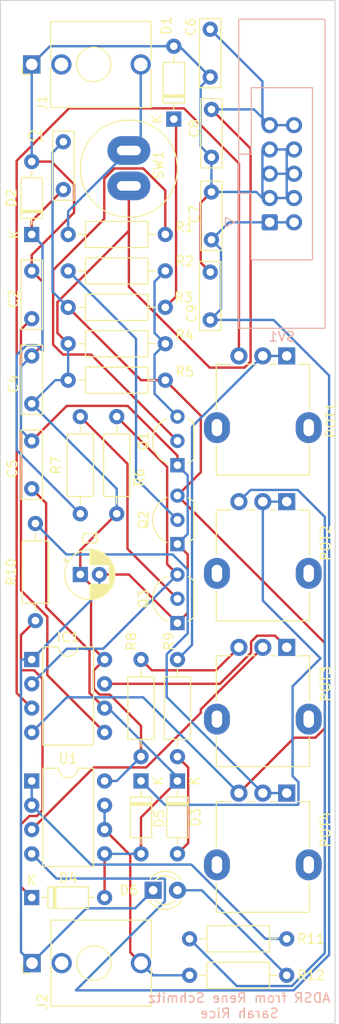
<source format=kicad_pcb>
(kicad_pcb (version 20171130) (host pcbnew "(5.1.9)-1")

  (general
    (thickness 1.6)
    (drawings 5)
    (tracks 262)
    (zones 0)
    (modules 40)
    (nets 28)
  )

  (page A4)
  (layers
    (0 F.Cu signal)
    (31 B.Cu signal)
    (32 B.Adhes user)
    (33 F.Adhes user)
    (34 B.Paste user)
    (35 F.Paste user)
    (36 B.SilkS user)
    (37 F.SilkS user)
    (38 B.Mask user)
    (39 F.Mask user)
    (40 Dwgs.User user hide)
    (41 Cmts.User user hide)
    (42 Eco1.User user hide)
    (43 Eco2.User user hide)
    (44 Edge.Cuts user)
    (45 Margin user hide)
    (46 B.CrtYd user)
    (47 F.CrtYd user)
    (48 B.Fab user hide)
    (49 F.Fab user hide)
  )

  (setup
    (last_trace_width 0.25)
    (trace_clearance 0.2)
    (zone_clearance 0.508)
    (zone_45_only no)
    (trace_min 0.2)
    (via_size 0.8)
    (via_drill 0.4)
    (via_min_size 0.4)
    (via_min_drill 0.3)
    (uvia_size 0.3)
    (uvia_drill 0.1)
    (uvias_allowed no)
    (uvia_min_size 0.2)
    (uvia_min_drill 0.1)
    (edge_width 0.1)
    (segment_width 0.2)
    (pcb_text_width 0.3)
    (pcb_text_size 1.5 1.5)
    (mod_edge_width 0.15)
    (mod_text_size 1 1)
    (mod_text_width 0.15)
    (pad_size 1.524 1.524)
    (pad_drill 0.762)
    (pad_to_mask_clearance 0)
    (aux_axis_origin 0 0)
    (visible_elements FFFFFF7F)
    (pcbplotparams
      (layerselection 0x010fc_ffffffff)
      (usegerberextensions false)
      (usegerberattributes true)
      (usegerberadvancedattributes true)
      (creategerberjobfile true)
      (excludeedgelayer true)
      (linewidth 0.100000)
      (plotframeref false)
      (viasonmask false)
      (mode 1)
      (useauxorigin false)
      (hpglpennumber 1)
      (hpglpenspeed 20)
      (hpglpendiameter 15.000000)
      (psnegative false)
      (psa4output false)
      (plotreference true)
      (plotvalue true)
      (plotinvisibletext false)
      (padsonsilk false)
      (subtractmaskfromsilk false)
      (outputformat 1)
      (mirror false)
      (drillshape 1)
      (scaleselection 1)
      (outputdirectory ""))
  )

  (net 0 "")
  (net 1 "Net-(C1-Pad2)")
  (net 2 "Net-(C1-Pad1)")
  (net 3 GND)
  (net 4 "Net-(C2-Pad2)")
  (net 5 +15V)
  (net 6 "Net-(C5-Pad1)")
  (net 7 -15V)
  (net 8 "Net-(D1-Pad1)")
  (net 9 "Net-(D3-Pad2)")
  (net 10 "Net-(D4-Pad1)")
  (net 11 "Net-(D5-Pad1)")
  (net 12 "Net-(D6-Pad2)")
  (net 13 "Net-(IC1-Pad2)")
  (net 14 "Net-(IC1-Pad3)")
  (net 15 "Net-(IC1-Pad7)")
  (net 16 "Net-(J1-PadT)")
  (net 17 "Net-(J2-PadT)")
  (net 18 "Net-(Q1-Pad2)")
  (net 19 "Net-(Q1-Pad3)")
  (net 20 "Net-(Q2-Pad2)")
  (net 21 "Net-(Q3-Pad2)")
  (net 22 "Net-(R11-Pad1)")
  (net 23 "Net-(POT1-Pad1)")
  (net 24 "Net-(POT2-Pad3)")
  (net 25 "Net-(POT3-Pad2)")
  (net 26 "Net-(POT3-Pad3)")
  (net 27 "Net-(POT4-Pad1)")

  (net_class Default "This is the default net class."
    (clearance 0.2)
    (trace_width 0.25)
    (via_dia 0.8)
    (via_drill 0.4)
    (uvia_dia 0.3)
    (uvia_drill 0.1)
    (add_net +15V)
    (add_net -15V)
    (add_net GND)
    (add_net "Net-(C1-Pad1)")
    (add_net "Net-(C1-Pad2)")
    (add_net "Net-(C2-Pad2)")
    (add_net "Net-(C5-Pad1)")
    (add_net "Net-(D1-Pad1)")
    (add_net "Net-(D3-Pad2)")
    (add_net "Net-(D4-Pad1)")
    (add_net "Net-(D5-Pad1)")
    (add_net "Net-(D6-Pad2)")
    (add_net "Net-(IC1-Pad2)")
    (add_net "Net-(IC1-Pad3)")
    (add_net "Net-(IC1-Pad7)")
    (add_net "Net-(J1-PadT)")
    (add_net "Net-(J2-PadT)")
    (add_net "Net-(POT1-Pad1)")
    (add_net "Net-(POT2-Pad3)")
    (add_net "Net-(POT3-Pad2)")
    (add_net "Net-(POT3-Pad3)")
    (add_net "Net-(POT4-Pad1)")
    (add_net "Net-(Q1-Pad2)")
    (add_net "Net-(Q1-Pad3)")
    (add_net "Net-(Q2-Pad2)")
    (add_net "Net-(Q3-Pad2)")
    (add_net "Net-(R11-Pad1)")
  )

  (module Capacitor_THT:C_Rect_L7.0mm_W2.0mm_P5.00mm (layer F.Cu) (tedit 5AE50EF0) (tstamp 603ABB92)
    (at 131.572 72.771 90)
    (descr "C, Rect series, Radial, pin pitch=5.00mm, , length*width=7*2mm^2, Capacitor")
    (tags "C Rect series Radial pin pitch 5.00mm  length 7mm width 2mm Capacitor")
    (path /602D59FC)
    (fp_text reference C1 (at 5.588 -2.794) (layer F.SilkS)
      (effects (font (size 1 1) (thickness 0.15)))
    )
    (fp_text value 10nF (at 2.5 2.25 90) (layer F.Fab)
      (effects (font (size 1 1) (thickness 0.15)))
    )
    (fp_text user %R (at 2.5 0 90) (layer F.Fab)
      (effects (font (size 1 1) (thickness 0.15)))
    )
    (fp_line (start -1 -1) (end -1 1) (layer F.Fab) (width 0.1))
    (fp_line (start -1 1) (end 6 1) (layer F.Fab) (width 0.1))
    (fp_line (start 6 1) (end 6 -1) (layer F.Fab) (width 0.1))
    (fp_line (start 6 -1) (end -1 -1) (layer F.Fab) (width 0.1))
    (fp_line (start -1.12 -1.12) (end 6.12 -1.12) (layer F.SilkS) (width 0.12))
    (fp_line (start -1.12 1.12) (end 6.12 1.12) (layer F.SilkS) (width 0.12))
    (fp_line (start -1.12 -1.12) (end -1.12 1.12) (layer F.SilkS) (width 0.12))
    (fp_line (start 6.12 -1.12) (end 6.12 1.12) (layer F.SilkS) (width 0.12))
    (fp_line (start -1.25 -1.25) (end -1.25 1.25) (layer F.CrtYd) (width 0.05))
    (fp_line (start -1.25 1.25) (end 6.25 1.25) (layer F.CrtYd) (width 0.05))
    (fp_line (start 6.25 1.25) (end 6.25 -1.25) (layer F.CrtYd) (width 0.05))
    (fp_line (start 6.25 -1.25) (end -1.25 -1.25) (layer F.CrtYd) (width 0.05))
    (pad 2 thru_hole circle (at 5 0 90) (size 1.6 1.6) (drill 0.8) (layers *.Cu *.Mask)
      (net 1 "Net-(C1-Pad2)"))
    (pad 1 thru_hole circle (at 0 0 90) (size 1.6 1.6) (drill 0.8) (layers *.Cu *.Mask)
      (net 2 "Net-(C1-Pad1)"))
    (model ${KISYS3DMOD}/Capacitor_THT.3dshapes/C_Rect_L7.0mm_W2.0mm_P5.00mm.wrl
      (at (xyz 0 0 0))
      (scale (xyz 1 1 1))
      (rotate (xyz 0 0 0))
    )
  )

  (module Capacitor_THT:C_Rect_L7.0mm_W2.0mm_P5.00mm (layer F.Cu) (tedit 5AE50EF0) (tstamp 603ABBA5)
    (at 128.27 81.28 270)
    (descr "C, Rect series, Radial, pin pitch=5.00mm, , length*width=7*2mm^2, Capacitor")
    (tags "C Rect series Radial pin pitch 5.00mm  length 7mm width 2mm Capacitor")
    (path /6032ACAD)
    (fp_text reference C2 (at 2.921 1.905 90) (layer F.SilkS)
      (effects (font (size 1 1) (thickness 0.15)))
    )
    (fp_text value 10nF (at 2.5 2.25 90) (layer F.Fab)
      (effects (font (size 1 1) (thickness 0.15)))
    )
    (fp_line (start 6.25 -1.25) (end -1.25 -1.25) (layer F.CrtYd) (width 0.05))
    (fp_line (start 6.25 1.25) (end 6.25 -1.25) (layer F.CrtYd) (width 0.05))
    (fp_line (start -1.25 1.25) (end 6.25 1.25) (layer F.CrtYd) (width 0.05))
    (fp_line (start -1.25 -1.25) (end -1.25 1.25) (layer F.CrtYd) (width 0.05))
    (fp_line (start 6.12 -1.12) (end 6.12 1.12) (layer F.SilkS) (width 0.12))
    (fp_line (start -1.12 -1.12) (end -1.12 1.12) (layer F.SilkS) (width 0.12))
    (fp_line (start -1.12 1.12) (end 6.12 1.12) (layer F.SilkS) (width 0.12))
    (fp_line (start -1.12 -1.12) (end 6.12 -1.12) (layer F.SilkS) (width 0.12))
    (fp_line (start 6 -1) (end -1 -1) (layer F.Fab) (width 0.1))
    (fp_line (start 6 1) (end 6 -1) (layer F.Fab) (width 0.1))
    (fp_line (start -1 1) (end 6 1) (layer F.Fab) (width 0.1))
    (fp_line (start -1 -1) (end -1 1) (layer F.Fab) (width 0.1))
    (fp_text user %R (at 2.5 0 90) (layer F.Fab)
      (effects (font (size 1 1) (thickness 0.15)))
    )
    (pad 1 thru_hole circle (at 0 0 270) (size 1.6 1.6) (drill 0.8) (layers *.Cu *.Mask)
      (net 3 GND))
    (pad 2 thru_hole circle (at 5 0 270) (size 1.6 1.6) (drill 0.8) (layers *.Cu *.Mask)
      (net 4 "Net-(C2-Pad2)"))
    (model ${KISYS3DMOD}/Capacitor_THT.3dshapes/C_Rect_L7.0mm_W2.0mm_P5.00mm.wrl
      (at (xyz 0 0 0))
      (scale (xyz 1 1 1))
      (rotate (xyz 0 0 0))
    )
  )

  (module Capacitor_THT:CP_Radial_D5.0mm_P2.00mm (layer F.Cu) (tedit 5AE50EF0) (tstamp 603ABC28)
    (at 133.35 113.03)
    (descr "CP, Radial series, Radial, pin pitch=2.00mm, , diameter=5mm, Electrolytic Capacitor")
    (tags "CP Radial series Radial pin pitch 2.00mm  diameter 5mm Electrolytic Capacitor")
    (path /602557B5)
    (fp_text reference C3 (at 1 -3.75) (layer F.SilkS)
      (effects (font (size 1 1) (thickness 0.15)))
    )
    (fp_text value 10uF (at 1 3.75) (layer F.Fab)
      (effects (font (size 1 1) (thickness 0.15)))
    )
    (fp_line (start -1.554775 -1.725) (end -1.554775 -1.225) (layer F.SilkS) (width 0.12))
    (fp_line (start -1.804775 -1.475) (end -1.304775 -1.475) (layer F.SilkS) (width 0.12))
    (fp_line (start 3.601 -0.284) (end 3.601 0.284) (layer F.SilkS) (width 0.12))
    (fp_line (start 3.561 -0.518) (end 3.561 0.518) (layer F.SilkS) (width 0.12))
    (fp_line (start 3.521 -0.677) (end 3.521 0.677) (layer F.SilkS) (width 0.12))
    (fp_line (start 3.481 -0.805) (end 3.481 0.805) (layer F.SilkS) (width 0.12))
    (fp_line (start 3.441 -0.915) (end 3.441 0.915) (layer F.SilkS) (width 0.12))
    (fp_line (start 3.401 -1.011) (end 3.401 1.011) (layer F.SilkS) (width 0.12))
    (fp_line (start 3.361 -1.098) (end 3.361 1.098) (layer F.SilkS) (width 0.12))
    (fp_line (start 3.321 -1.178) (end 3.321 1.178) (layer F.SilkS) (width 0.12))
    (fp_line (start 3.281 -1.251) (end 3.281 1.251) (layer F.SilkS) (width 0.12))
    (fp_line (start 3.241 -1.319) (end 3.241 1.319) (layer F.SilkS) (width 0.12))
    (fp_line (start 3.201 -1.383) (end 3.201 1.383) (layer F.SilkS) (width 0.12))
    (fp_line (start 3.161 -1.443) (end 3.161 1.443) (layer F.SilkS) (width 0.12))
    (fp_line (start 3.121 -1.5) (end 3.121 1.5) (layer F.SilkS) (width 0.12))
    (fp_line (start 3.081 -1.554) (end 3.081 1.554) (layer F.SilkS) (width 0.12))
    (fp_line (start 3.041 -1.605) (end 3.041 1.605) (layer F.SilkS) (width 0.12))
    (fp_line (start 3.001 1.04) (end 3.001 1.653) (layer F.SilkS) (width 0.12))
    (fp_line (start 3.001 -1.653) (end 3.001 -1.04) (layer F.SilkS) (width 0.12))
    (fp_line (start 2.961 1.04) (end 2.961 1.699) (layer F.SilkS) (width 0.12))
    (fp_line (start 2.961 -1.699) (end 2.961 -1.04) (layer F.SilkS) (width 0.12))
    (fp_line (start 2.921 1.04) (end 2.921 1.743) (layer F.SilkS) (width 0.12))
    (fp_line (start 2.921 -1.743) (end 2.921 -1.04) (layer F.SilkS) (width 0.12))
    (fp_line (start 2.881 1.04) (end 2.881 1.785) (layer F.SilkS) (width 0.12))
    (fp_line (start 2.881 -1.785) (end 2.881 -1.04) (layer F.SilkS) (width 0.12))
    (fp_line (start 2.841 1.04) (end 2.841 1.826) (layer F.SilkS) (width 0.12))
    (fp_line (start 2.841 -1.826) (end 2.841 -1.04) (layer F.SilkS) (width 0.12))
    (fp_line (start 2.801 1.04) (end 2.801 1.864) (layer F.SilkS) (width 0.12))
    (fp_line (start 2.801 -1.864) (end 2.801 -1.04) (layer F.SilkS) (width 0.12))
    (fp_line (start 2.761 1.04) (end 2.761 1.901) (layer F.SilkS) (width 0.12))
    (fp_line (start 2.761 -1.901) (end 2.761 -1.04) (layer F.SilkS) (width 0.12))
    (fp_line (start 2.721 1.04) (end 2.721 1.937) (layer F.SilkS) (width 0.12))
    (fp_line (start 2.721 -1.937) (end 2.721 -1.04) (layer F.SilkS) (width 0.12))
    (fp_line (start 2.681 1.04) (end 2.681 1.971) (layer F.SilkS) (width 0.12))
    (fp_line (start 2.681 -1.971) (end 2.681 -1.04) (layer F.SilkS) (width 0.12))
    (fp_line (start 2.641 1.04) (end 2.641 2.004) (layer F.SilkS) (width 0.12))
    (fp_line (start 2.641 -2.004) (end 2.641 -1.04) (layer F.SilkS) (width 0.12))
    (fp_line (start 2.601 1.04) (end 2.601 2.035) (layer F.SilkS) (width 0.12))
    (fp_line (start 2.601 -2.035) (end 2.601 -1.04) (layer F.SilkS) (width 0.12))
    (fp_line (start 2.561 1.04) (end 2.561 2.065) (layer F.SilkS) (width 0.12))
    (fp_line (start 2.561 -2.065) (end 2.561 -1.04) (layer F.SilkS) (width 0.12))
    (fp_line (start 2.521 1.04) (end 2.521 2.095) (layer F.SilkS) (width 0.12))
    (fp_line (start 2.521 -2.095) (end 2.521 -1.04) (layer F.SilkS) (width 0.12))
    (fp_line (start 2.481 1.04) (end 2.481 2.122) (layer F.SilkS) (width 0.12))
    (fp_line (start 2.481 -2.122) (end 2.481 -1.04) (layer F.SilkS) (width 0.12))
    (fp_line (start 2.441 1.04) (end 2.441 2.149) (layer F.SilkS) (width 0.12))
    (fp_line (start 2.441 -2.149) (end 2.441 -1.04) (layer F.SilkS) (width 0.12))
    (fp_line (start 2.401 1.04) (end 2.401 2.175) (layer F.SilkS) (width 0.12))
    (fp_line (start 2.401 -2.175) (end 2.401 -1.04) (layer F.SilkS) (width 0.12))
    (fp_line (start 2.361 1.04) (end 2.361 2.2) (layer F.SilkS) (width 0.12))
    (fp_line (start 2.361 -2.2) (end 2.361 -1.04) (layer F.SilkS) (width 0.12))
    (fp_line (start 2.321 1.04) (end 2.321 2.224) (layer F.SilkS) (width 0.12))
    (fp_line (start 2.321 -2.224) (end 2.321 -1.04) (layer F.SilkS) (width 0.12))
    (fp_line (start 2.281 1.04) (end 2.281 2.247) (layer F.SilkS) (width 0.12))
    (fp_line (start 2.281 -2.247) (end 2.281 -1.04) (layer F.SilkS) (width 0.12))
    (fp_line (start 2.241 1.04) (end 2.241 2.268) (layer F.SilkS) (width 0.12))
    (fp_line (start 2.241 -2.268) (end 2.241 -1.04) (layer F.SilkS) (width 0.12))
    (fp_line (start 2.201 1.04) (end 2.201 2.29) (layer F.SilkS) (width 0.12))
    (fp_line (start 2.201 -2.29) (end 2.201 -1.04) (layer F.SilkS) (width 0.12))
    (fp_line (start 2.161 1.04) (end 2.161 2.31) (layer F.SilkS) (width 0.12))
    (fp_line (start 2.161 -2.31) (end 2.161 -1.04) (layer F.SilkS) (width 0.12))
    (fp_line (start 2.121 1.04) (end 2.121 2.329) (layer F.SilkS) (width 0.12))
    (fp_line (start 2.121 -2.329) (end 2.121 -1.04) (layer F.SilkS) (width 0.12))
    (fp_line (start 2.081 1.04) (end 2.081 2.348) (layer F.SilkS) (width 0.12))
    (fp_line (start 2.081 -2.348) (end 2.081 -1.04) (layer F.SilkS) (width 0.12))
    (fp_line (start 2.041 1.04) (end 2.041 2.365) (layer F.SilkS) (width 0.12))
    (fp_line (start 2.041 -2.365) (end 2.041 -1.04) (layer F.SilkS) (width 0.12))
    (fp_line (start 2.001 1.04) (end 2.001 2.382) (layer F.SilkS) (width 0.12))
    (fp_line (start 2.001 -2.382) (end 2.001 -1.04) (layer F.SilkS) (width 0.12))
    (fp_line (start 1.961 1.04) (end 1.961 2.398) (layer F.SilkS) (width 0.12))
    (fp_line (start 1.961 -2.398) (end 1.961 -1.04) (layer F.SilkS) (width 0.12))
    (fp_line (start 1.921 1.04) (end 1.921 2.414) (layer F.SilkS) (width 0.12))
    (fp_line (start 1.921 -2.414) (end 1.921 -1.04) (layer F.SilkS) (width 0.12))
    (fp_line (start 1.881 1.04) (end 1.881 2.428) (layer F.SilkS) (width 0.12))
    (fp_line (start 1.881 -2.428) (end 1.881 -1.04) (layer F.SilkS) (width 0.12))
    (fp_line (start 1.841 1.04) (end 1.841 2.442) (layer F.SilkS) (width 0.12))
    (fp_line (start 1.841 -2.442) (end 1.841 -1.04) (layer F.SilkS) (width 0.12))
    (fp_line (start 1.801 1.04) (end 1.801 2.455) (layer F.SilkS) (width 0.12))
    (fp_line (start 1.801 -2.455) (end 1.801 -1.04) (layer F.SilkS) (width 0.12))
    (fp_line (start 1.761 1.04) (end 1.761 2.468) (layer F.SilkS) (width 0.12))
    (fp_line (start 1.761 -2.468) (end 1.761 -1.04) (layer F.SilkS) (width 0.12))
    (fp_line (start 1.721 1.04) (end 1.721 2.48) (layer F.SilkS) (width 0.12))
    (fp_line (start 1.721 -2.48) (end 1.721 -1.04) (layer F.SilkS) (width 0.12))
    (fp_line (start 1.68 1.04) (end 1.68 2.491) (layer F.SilkS) (width 0.12))
    (fp_line (start 1.68 -2.491) (end 1.68 -1.04) (layer F.SilkS) (width 0.12))
    (fp_line (start 1.64 1.04) (end 1.64 2.501) (layer F.SilkS) (width 0.12))
    (fp_line (start 1.64 -2.501) (end 1.64 -1.04) (layer F.SilkS) (width 0.12))
    (fp_line (start 1.6 1.04) (end 1.6 2.511) (layer F.SilkS) (width 0.12))
    (fp_line (start 1.6 -2.511) (end 1.6 -1.04) (layer F.SilkS) (width 0.12))
    (fp_line (start 1.56 1.04) (end 1.56 2.52) (layer F.SilkS) (width 0.12))
    (fp_line (start 1.56 -2.52) (end 1.56 -1.04) (layer F.SilkS) (width 0.12))
    (fp_line (start 1.52 1.04) (end 1.52 2.528) (layer F.SilkS) (width 0.12))
    (fp_line (start 1.52 -2.528) (end 1.52 -1.04) (layer F.SilkS) (width 0.12))
    (fp_line (start 1.48 1.04) (end 1.48 2.536) (layer F.SilkS) (width 0.12))
    (fp_line (start 1.48 -2.536) (end 1.48 -1.04) (layer F.SilkS) (width 0.12))
    (fp_line (start 1.44 1.04) (end 1.44 2.543) (layer F.SilkS) (width 0.12))
    (fp_line (start 1.44 -2.543) (end 1.44 -1.04) (layer F.SilkS) (width 0.12))
    (fp_line (start 1.4 1.04) (end 1.4 2.55) (layer F.SilkS) (width 0.12))
    (fp_line (start 1.4 -2.55) (end 1.4 -1.04) (layer F.SilkS) (width 0.12))
    (fp_line (start 1.36 1.04) (end 1.36 2.556) (layer F.SilkS) (width 0.12))
    (fp_line (start 1.36 -2.556) (end 1.36 -1.04) (layer F.SilkS) (width 0.12))
    (fp_line (start 1.32 1.04) (end 1.32 2.561) (layer F.SilkS) (width 0.12))
    (fp_line (start 1.32 -2.561) (end 1.32 -1.04) (layer F.SilkS) (width 0.12))
    (fp_line (start 1.28 1.04) (end 1.28 2.565) (layer F.SilkS) (width 0.12))
    (fp_line (start 1.28 -2.565) (end 1.28 -1.04) (layer F.SilkS) (width 0.12))
    (fp_line (start 1.24 1.04) (end 1.24 2.569) (layer F.SilkS) (width 0.12))
    (fp_line (start 1.24 -2.569) (end 1.24 -1.04) (layer F.SilkS) (width 0.12))
    (fp_line (start 1.2 1.04) (end 1.2 2.573) (layer F.SilkS) (width 0.12))
    (fp_line (start 1.2 -2.573) (end 1.2 -1.04) (layer F.SilkS) (width 0.12))
    (fp_line (start 1.16 1.04) (end 1.16 2.576) (layer F.SilkS) (width 0.12))
    (fp_line (start 1.16 -2.576) (end 1.16 -1.04) (layer F.SilkS) (width 0.12))
    (fp_line (start 1.12 1.04) (end 1.12 2.578) (layer F.SilkS) (width 0.12))
    (fp_line (start 1.12 -2.578) (end 1.12 -1.04) (layer F.SilkS) (width 0.12))
    (fp_line (start 1.08 1.04) (end 1.08 2.579) (layer F.SilkS) (width 0.12))
    (fp_line (start 1.08 -2.579) (end 1.08 -1.04) (layer F.SilkS) (width 0.12))
    (fp_line (start 1.04 -2.58) (end 1.04 -1.04) (layer F.SilkS) (width 0.12))
    (fp_line (start 1.04 1.04) (end 1.04 2.58) (layer F.SilkS) (width 0.12))
    (fp_line (start 1 -2.58) (end 1 -1.04) (layer F.SilkS) (width 0.12))
    (fp_line (start 1 1.04) (end 1 2.58) (layer F.SilkS) (width 0.12))
    (fp_line (start -0.883605 -1.3375) (end -0.883605 -0.8375) (layer F.Fab) (width 0.1))
    (fp_line (start -1.133605 -1.0875) (end -0.633605 -1.0875) (layer F.Fab) (width 0.1))
    (fp_circle (center 1 0) (end 3.75 0) (layer F.CrtYd) (width 0.05))
    (fp_circle (center 1 0) (end 3.62 0) (layer F.SilkS) (width 0.12))
    (fp_circle (center 1 0) (end 3.5 0) (layer F.Fab) (width 0.1))
    (fp_text user %R (at 1 0) (layer F.Fab)
      (effects (font (size 1 1) (thickness 0.15)))
    )
    (pad 1 thru_hole rect (at 0 0) (size 1.6 1.6) (drill 0.8) (layers *.Cu *.Mask)
      (net 5 +15V))
    (pad 2 thru_hole circle (at 2 0) (size 1.6 1.6) (drill 0.8) (layers *.Cu *.Mask)
      (net 3 GND))
    (model ${KISYS3DMOD}/Capacitor_THT.3dshapes/CP_Radial_D5.0mm_P2.00mm.wrl
      (at (xyz 0 0 0))
      (scale (xyz 1 1 1))
      (rotate (xyz 0 0 0))
    )
  )

  (module Capacitor_THT:C_Rect_L7.0mm_W2.0mm_P5.00mm (layer F.Cu) (tedit 5AE50EF0) (tstamp 603ABC3B)
    (at 128.27 95.17 90)
    (descr "C, Rect series, Radial, pin pitch=5.00mm, , length*width=7*2mm^2, Capacitor")
    (tags "C Rect series Radial pin pitch 5.00mm  length 7mm width 2mm Capacitor")
    (path /60259EFD)
    (fp_text reference C4 (at 2.079 -1.905 90) (layer F.SilkS)
      (effects (font (size 1 1) (thickness 0.15)))
    )
    (fp_text value 10nF (at 2.5 2.25 90) (layer F.Fab)
      (effects (font (size 1 1) (thickness 0.15)))
    )
    (fp_line (start 6.25 -1.25) (end -1.25 -1.25) (layer F.CrtYd) (width 0.05))
    (fp_line (start 6.25 1.25) (end 6.25 -1.25) (layer F.CrtYd) (width 0.05))
    (fp_line (start -1.25 1.25) (end 6.25 1.25) (layer F.CrtYd) (width 0.05))
    (fp_line (start -1.25 -1.25) (end -1.25 1.25) (layer F.CrtYd) (width 0.05))
    (fp_line (start 6.12 -1.12) (end 6.12 1.12) (layer F.SilkS) (width 0.12))
    (fp_line (start -1.12 -1.12) (end -1.12 1.12) (layer F.SilkS) (width 0.12))
    (fp_line (start -1.12 1.12) (end 6.12 1.12) (layer F.SilkS) (width 0.12))
    (fp_line (start -1.12 -1.12) (end 6.12 -1.12) (layer F.SilkS) (width 0.12))
    (fp_line (start 6 -1) (end -1 -1) (layer F.Fab) (width 0.1))
    (fp_line (start 6 1) (end 6 -1) (layer F.Fab) (width 0.1))
    (fp_line (start -1 1) (end 6 1) (layer F.Fab) (width 0.1))
    (fp_line (start -1 -1) (end -1 1) (layer F.Fab) (width 0.1))
    (fp_text user %R (at 2.5 0 90) (layer F.Fab)
      (effects (font (size 1 1) (thickness 0.15)))
    )
    (pad 1 thru_hole circle (at 0 0 90) (size 1.6 1.6) (drill 0.8) (layers *.Cu *.Mask)
      (net 5 +15V))
    (pad 2 thru_hole circle (at 5 0 90) (size 1.6 1.6) (drill 0.8) (layers *.Cu *.Mask)
      (net 3 GND))
    (model ${KISYS3DMOD}/Capacitor_THT.3dshapes/C_Rect_L7.0mm_W2.0mm_P5.00mm.wrl
      (at (xyz 0 0 0))
      (scale (xyz 1 1 1))
      (rotate (xyz 0 0 0))
    )
  )

  (module Capacitor_THT:C_Rect_L7.0mm_W2.0mm_P5.00mm (layer F.Cu) (tedit 5AE50EF0) (tstamp 603ABC4E)
    (at 128.27 104.06 90)
    (descr "C, Rect series, Radial, pin pitch=5.00mm, , length*width=7*2mm^2, Capacitor")
    (tags "C Rect series Radial pin pitch 5.00mm  length 7mm width 2mm Capacitor")
    (path /6051F13B)
    (fp_text reference C5 (at 2.079 -2.032 90) (layer F.SilkS)
      (effects (font (size 1 1) (thickness 0.15)))
    )
    (fp_text value 2uF (at 2.5 2.25 90) (layer F.Fab)
      (effects (font (size 1 1) (thickness 0.15)))
    )
    (fp_line (start 6.25 -1.25) (end -1.25 -1.25) (layer F.CrtYd) (width 0.05))
    (fp_line (start 6.25 1.25) (end 6.25 -1.25) (layer F.CrtYd) (width 0.05))
    (fp_line (start -1.25 1.25) (end 6.25 1.25) (layer F.CrtYd) (width 0.05))
    (fp_line (start -1.25 -1.25) (end -1.25 1.25) (layer F.CrtYd) (width 0.05))
    (fp_line (start 6.12 -1.12) (end 6.12 1.12) (layer F.SilkS) (width 0.12))
    (fp_line (start -1.12 -1.12) (end -1.12 1.12) (layer F.SilkS) (width 0.12))
    (fp_line (start -1.12 1.12) (end 6.12 1.12) (layer F.SilkS) (width 0.12))
    (fp_line (start -1.12 -1.12) (end 6.12 -1.12) (layer F.SilkS) (width 0.12))
    (fp_line (start 6 -1) (end -1 -1) (layer F.Fab) (width 0.1))
    (fp_line (start 6 1) (end 6 -1) (layer F.Fab) (width 0.1))
    (fp_line (start -1 1) (end 6 1) (layer F.Fab) (width 0.1))
    (fp_line (start -1 -1) (end -1 1) (layer F.Fab) (width 0.1))
    (fp_text user %R (at 2.5 0 90) (layer F.Fab)
      (effects (font (size 1 1) (thickness 0.15)))
    )
    (pad 1 thru_hole circle (at 0 0 90) (size 1.6 1.6) (drill 0.8) (layers *.Cu *.Mask)
      (net 6 "Net-(C5-Pad1)"))
    (pad 2 thru_hole circle (at 5 0 90) (size 1.6 1.6) (drill 0.8) (layers *.Cu *.Mask)
      (net 3 GND))
    (model ${KISYS3DMOD}/Capacitor_THT.3dshapes/C_Rect_L7.0mm_W2.0mm_P5.00mm.wrl
      (at (xyz 0 0 0))
      (scale (xyz 1 1 1))
      (rotate (xyz 0 0 0))
    )
  )

  (module Capacitor_THT:C_Rect_L7.0mm_W2.0mm_P5.00mm (layer F.Cu) (tedit 5AE50EF0) (tstamp 603ABC61)
    (at 146.939 56.007 270)
    (descr "C, Rect series, Radial, pin pitch=5.00mm, , length*width=7*2mm^2, Capacitor")
    (tags "C Rect series Radial pin pitch 5.00mm  length 7mm width 2mm Capacitor")
    (path /A09D61F4)
    (fp_text reference C6 (at -0.254 2.032 90) (layer F.SilkS)
      (effects (font (size 1 1) (thickness 0.15)))
    )
    (fp_text value 10nF (at 2.5 2.25 90) (layer F.Fab)
      (effects (font (size 1 1) (thickness 0.15)))
    )
    (fp_text user %R (at 2.5 0 90) (layer F.Fab)
      (effects (font (size 1 1) (thickness 0.15)))
    )
    (fp_line (start -1 -1) (end -1 1) (layer F.Fab) (width 0.1))
    (fp_line (start -1 1) (end 6 1) (layer F.Fab) (width 0.1))
    (fp_line (start 6 1) (end 6 -1) (layer F.Fab) (width 0.1))
    (fp_line (start 6 -1) (end -1 -1) (layer F.Fab) (width 0.1))
    (fp_line (start -1.12 -1.12) (end 6.12 -1.12) (layer F.SilkS) (width 0.12))
    (fp_line (start -1.12 1.12) (end 6.12 1.12) (layer F.SilkS) (width 0.12))
    (fp_line (start -1.12 -1.12) (end -1.12 1.12) (layer F.SilkS) (width 0.12))
    (fp_line (start 6.12 -1.12) (end 6.12 1.12) (layer F.SilkS) (width 0.12))
    (fp_line (start -1.25 -1.25) (end -1.25 1.25) (layer F.CrtYd) (width 0.05))
    (fp_line (start -1.25 1.25) (end 6.25 1.25) (layer F.CrtYd) (width 0.05))
    (fp_line (start 6.25 1.25) (end 6.25 -1.25) (layer F.CrtYd) (width 0.05))
    (fp_line (start 6.25 -1.25) (end -1.25 -1.25) (layer F.CrtYd) (width 0.05))
    (pad 2 thru_hole circle (at 5 0 270) (size 1.6 1.6) (drill 0.8) (layers *.Cu *.Mask)
      (net 3 GND))
    (pad 1 thru_hole circle (at 0 0 270) (size 1.6 1.6) (drill 0.8) (layers *.Cu *.Mask)
      (net 5 +15V))
    (model ${KISYS3DMOD}/Capacitor_THT.3dshapes/C_Rect_L7.0mm_W2.0mm_P5.00mm.wrl
      (at (xyz 0 0 0))
      (scale (xyz 1 1 1))
      (rotate (xyz 0 0 0))
    )
  )

  (module Capacitor_THT:C_Rect_L7.0mm_W2.0mm_P5.00mm (layer F.Cu) (tedit 5AE50EF0) (tstamp 603ABC74)
    (at 147.066 73.025 270)
    (descr "C, Rect series, Radial, pin pitch=5.00mm, , length*width=7*2mm^2, Capacitor")
    (tags "C Rect series Radial pin pitch 5.00mm  length 7mm width 2mm Capacitor")
    (path /312D0660)
    (fp_text reference C7 (at 2.328334 1.778 90) (layer F.SilkS)
      (effects (font (size 1 1) (thickness 0.15)))
    )
    (fp_text value 10nF (at 2.5 2.25 90) (layer F.Fab)
      (effects (font (size 1 1) (thickness 0.15)))
    )
    (fp_text user %R (at -2.58 0 90) (layer F.Fab)
      (effects (font (size 1 1) (thickness 0.15)))
    )
    (fp_line (start -1 -1) (end -1 1) (layer F.Fab) (width 0.1))
    (fp_line (start -1 1) (end 6 1) (layer F.Fab) (width 0.1))
    (fp_line (start 6 1) (end 6 -1) (layer F.Fab) (width 0.1))
    (fp_line (start 6 -1) (end -1 -1) (layer F.Fab) (width 0.1))
    (fp_line (start -1.12 -1.12) (end 6.12 -1.12) (layer F.SilkS) (width 0.12))
    (fp_line (start -1.12 1.12) (end 6.12 1.12) (layer F.SilkS) (width 0.12))
    (fp_line (start -1.12 -1.12) (end -1.12 1.12) (layer F.SilkS) (width 0.12))
    (fp_line (start 6.12 -1.12) (end 6.12 1.12) (layer F.SilkS) (width 0.12))
    (fp_line (start -1.25 -1.25) (end -1.25 1.25) (layer F.CrtYd) (width 0.05))
    (fp_line (start -1.25 1.25) (end 6.25 1.25) (layer F.CrtYd) (width 0.05))
    (fp_line (start 6.25 1.25) (end 6.25 -1.25) (layer F.CrtYd) (width 0.05))
    (fp_line (start 6.25 -1.25) (end -1.25 -1.25) (layer F.CrtYd) (width 0.05))
    (pad 2 thru_hole circle (at 5 0 270) (size 1.6 1.6) (drill 0.8) (layers *.Cu *.Mask)
      (net 7 -15V))
    (pad 1 thru_hole circle (at 0 0 270) (size 1.6 1.6) (drill 0.8) (layers *.Cu *.Mask)
      (net 3 GND))
    (model ${KISYS3DMOD}/Capacitor_THT.3dshapes/C_Rect_L7.0mm_W2.0mm_P5.00mm.wrl
      (at (xyz 0 0 0))
      (scale (xyz 1 1 1))
      (rotate (xyz 0 0 0))
    )
  )

  (module Capacitor_THT:C_Rect_L7.0mm_W2.0mm_P5.00mm (layer F.Cu) (tedit 5AE50EF0) (tstamp 603ABC87)
    (at 147.066 64.389 270)
    (descr "C, Rect series, Radial, pin pitch=5.00mm, , length*width=7*2mm^2, Capacitor")
    (tags "C Rect series Radial pin pitch 5.00mm  length 7mm width 2mm Capacitor")
    (path /8EA4FDCE)
    (fp_text reference C8 (at 1.989668 1.778 90) (layer F.SilkS)
      (effects (font (size 1 1) (thickness 0.15)))
    )
    (fp_text value 10nF (at 2.5 2.25 90) (layer F.Fab)
      (effects (font (size 1 1) (thickness 0.15)))
    )
    (fp_text user %R (at 2.5 0 90) (layer F.Fab)
      (effects (font (size 1 1) (thickness 0.15)))
    )
    (fp_line (start -1 -1) (end -1 1) (layer F.Fab) (width 0.1))
    (fp_line (start -1 1) (end 6 1) (layer F.Fab) (width 0.1))
    (fp_line (start 6 1) (end 6 -1) (layer F.Fab) (width 0.1))
    (fp_line (start 6 -1) (end -1 -1) (layer F.Fab) (width 0.1))
    (fp_line (start -1.12 -1.12) (end 6.12 -1.12) (layer F.SilkS) (width 0.12))
    (fp_line (start -1.12 1.12) (end 6.12 1.12) (layer F.SilkS) (width 0.12))
    (fp_line (start -1.12 -1.12) (end -1.12 1.12) (layer F.SilkS) (width 0.12))
    (fp_line (start 6.12 -1.12) (end 6.12 1.12) (layer F.SilkS) (width 0.12))
    (fp_line (start -1.25 -1.25) (end -1.25 1.25) (layer F.CrtYd) (width 0.05))
    (fp_line (start -1.25 1.25) (end 6.25 1.25) (layer F.CrtYd) (width 0.05))
    (fp_line (start 6.25 1.25) (end 6.25 -1.25) (layer F.CrtYd) (width 0.05))
    (fp_line (start 6.25 -1.25) (end -1.25 -1.25) (layer F.CrtYd) (width 0.05))
    (pad 2 thru_hole circle (at 5 0 270) (size 1.6 1.6) (drill 0.8) (layers *.Cu *.Mask)
      (net 3 GND))
    (pad 1 thru_hole circle (at 0 0 270) (size 1.6 1.6) (drill 0.8) (layers *.Cu *.Mask)
      (net 5 +15V))
    (model ${KISYS3DMOD}/Capacitor_THT.3dshapes/C_Rect_L7.0mm_W2.0mm_P5.00mm.wrl
      (at (xyz 0 0 0))
      (scale (xyz 1 1 1))
      (rotate (xyz 0 0 0))
    )
  )

  (module Capacitor_THT:C_Rect_L7.0mm_W2.0mm_P5.00mm (layer F.Cu) (tedit 5AE50EF0) (tstamp 603ABC9A)
    (at 146.939 81.407 270)
    (descr "C, Rect series, Radial, pin pitch=5.00mm, , length*width=7*2mm^2, Capacitor")
    (tags "C Rect series Radial pin pitch 5.00mm  length 7mm width 2mm Capacitor")
    (path /2222F638)
    (fp_text reference C9 (at 4.318 1.905 90) (layer F.SilkS)
      (effects (font (size 1 1) (thickness 0.15)))
    )
    (fp_text value 10nF (at 2.5 2.25 90) (layer F.Fab)
      (effects (font (size 1 1) (thickness 0.15)))
    )
    (fp_line (start 6.25 -1.25) (end -1.25 -1.25) (layer F.CrtYd) (width 0.05))
    (fp_line (start 6.25 1.25) (end 6.25 -1.25) (layer F.CrtYd) (width 0.05))
    (fp_line (start -1.25 1.25) (end 6.25 1.25) (layer F.CrtYd) (width 0.05))
    (fp_line (start -1.25 -1.25) (end -1.25 1.25) (layer F.CrtYd) (width 0.05))
    (fp_line (start 6.12 -1.12) (end 6.12 1.12) (layer F.SilkS) (width 0.12))
    (fp_line (start -1.12 -1.12) (end -1.12 1.12) (layer F.SilkS) (width 0.12))
    (fp_line (start -1.12 1.12) (end 6.12 1.12) (layer F.SilkS) (width 0.12))
    (fp_line (start -1.12 -1.12) (end 6.12 -1.12) (layer F.SilkS) (width 0.12))
    (fp_line (start 6 -1) (end -1 -1) (layer F.Fab) (width 0.1))
    (fp_line (start 6 1) (end 6 -1) (layer F.Fab) (width 0.1))
    (fp_line (start -1 1) (end 6 1) (layer F.Fab) (width 0.1))
    (fp_line (start -1 -1) (end -1 1) (layer F.Fab) (width 0.1))
    (fp_text user %R (at 2.5 0 90) (layer F.Fab)
      (effects (font (size 1 1) (thickness 0.15)))
    )
    (pad 1 thru_hole circle (at 0 0 270) (size 1.6 1.6) (drill 0.8) (layers *.Cu *.Mask)
      (net 3 GND))
    (pad 2 thru_hole circle (at 5 0 270) (size 1.6 1.6) (drill 0.8) (layers *.Cu *.Mask)
      (net 7 -15V))
    (model ${KISYS3DMOD}/Capacitor_THT.3dshapes/C_Rect_L7.0mm_W2.0mm_P5.00mm.wrl
      (at (xyz 0 0 0))
      (scale (xyz 1 1 1))
      (rotate (xyz 0 0 0))
    )
  )

  (module Diode_THT:D_DO-35_SOD27_P7.62mm_Horizontal (layer F.Cu) (tedit 5AE50CD5) (tstamp 603ABCB9)
    (at 143.129 65.405 90)
    (descr "Diode, DO-35_SOD27 series, Axial, Horizontal, pin pitch=7.62mm, , length*diameter=4*2mm^2, , http://www.diodes.com/_files/packages/DO-35.pdf")
    (tags "Diode DO-35_SOD27 series Axial Horizontal pin pitch 7.62mm  length 4mm diameter 2mm")
    (path /602C068B)
    (fp_text reference D1 (at 9.779 -0.762 90) (layer F.SilkS)
      (effects (font (size 1 1) (thickness 0.15)))
    )
    (fp_text value 1N4148 (at 3.81 2.12 90) (layer F.Fab)
      (effects (font (size 1 1) (thickness 0.15)))
    )
    (fp_line (start 8.67 -1.25) (end -1.05 -1.25) (layer F.CrtYd) (width 0.05))
    (fp_line (start 8.67 1.25) (end 8.67 -1.25) (layer F.CrtYd) (width 0.05))
    (fp_line (start -1.05 1.25) (end 8.67 1.25) (layer F.CrtYd) (width 0.05))
    (fp_line (start -1.05 -1.25) (end -1.05 1.25) (layer F.CrtYd) (width 0.05))
    (fp_line (start 2.29 -1.12) (end 2.29 1.12) (layer F.SilkS) (width 0.12))
    (fp_line (start 2.53 -1.12) (end 2.53 1.12) (layer F.SilkS) (width 0.12))
    (fp_line (start 2.41 -1.12) (end 2.41 1.12) (layer F.SilkS) (width 0.12))
    (fp_line (start 6.58 0) (end 5.93 0) (layer F.SilkS) (width 0.12))
    (fp_line (start 1.04 0) (end 1.69 0) (layer F.SilkS) (width 0.12))
    (fp_line (start 5.93 -1.12) (end 1.69 -1.12) (layer F.SilkS) (width 0.12))
    (fp_line (start 5.93 1.12) (end 5.93 -1.12) (layer F.SilkS) (width 0.12))
    (fp_line (start 1.69 1.12) (end 5.93 1.12) (layer F.SilkS) (width 0.12))
    (fp_line (start 1.69 -1.12) (end 1.69 1.12) (layer F.SilkS) (width 0.12))
    (fp_line (start 2.31 -1) (end 2.31 1) (layer F.Fab) (width 0.1))
    (fp_line (start 2.51 -1) (end 2.51 1) (layer F.Fab) (width 0.1))
    (fp_line (start 2.41 -1) (end 2.41 1) (layer F.Fab) (width 0.1))
    (fp_line (start 7.62 0) (end 5.81 0) (layer F.Fab) (width 0.1))
    (fp_line (start 0 0) (end 1.81 0) (layer F.Fab) (width 0.1))
    (fp_line (start 5.81 -1) (end 1.81 -1) (layer F.Fab) (width 0.1))
    (fp_line (start 5.81 1) (end 5.81 -1) (layer F.Fab) (width 0.1))
    (fp_line (start 1.81 1) (end 5.81 1) (layer F.Fab) (width 0.1))
    (fp_line (start 1.81 -1) (end 1.81 1) (layer F.Fab) (width 0.1))
    (fp_text user %R (at 4.11 0 90) (layer F.Fab)
      (effects (font (size 0.8 0.8) (thickness 0.12)))
    )
    (fp_text user K (at 0 -1.8 90) (layer F.Fab)
      (effects (font (size 1 1) (thickness 0.15)))
    )
    (fp_text user K (at 0 -1.8 90) (layer F.SilkS)
      (effects (font (size 1 1) (thickness 0.15)))
    )
    (pad 1 thru_hole rect (at 0 0 90) (size 1.6 1.6) (drill 0.8) (layers *.Cu *.Mask)
      (net 8 "Net-(D1-Pad1)"))
    (pad 2 thru_hole oval (at 7.62 0 90) (size 1.6 1.6) (drill 0.8) (layers *.Cu *.Mask)
      (net 3 GND))
    (model ${KISYS3DMOD}/Diode_THT.3dshapes/D_DO-35_SOD27_P7.62mm_Horizontal.wrl
      (at (xyz 0 0 0))
      (scale (xyz 1 1 1))
      (rotate (xyz 0 0 0))
    )
  )

  (module Diode_THT:D_DO-35_SOD27_P7.62mm_Horizontal (layer F.Cu) (tedit 5AE50CD5) (tstamp 603ABCD8)
    (at 128.27 77.47 90)
    (descr "Diode, DO-35_SOD27 series, Axial, Horizontal, pin pitch=7.62mm, , length*diameter=4*2mm^2, , http://www.diodes.com/_files/packages/DO-35.pdf")
    (tags "Diode DO-35_SOD27 series Axial Horizontal pin pitch 7.62mm  length 4mm diameter 2mm")
    (path /602DB4CC)
    (fp_text reference D2 (at 3.81 -2.12 90) (layer F.SilkS)
      (effects (font (size 1 1) (thickness 0.15)))
    )
    (fp_text value 1N4148 (at 3.81 2.12 90) (layer F.Fab)
      (effects (font (size 1 1) (thickness 0.15)))
    )
    (fp_text user K (at 0 -1.8 90) (layer F.SilkS)
      (effects (font (size 1 1) (thickness 0.15)))
    )
    (fp_text user K (at 0 -1.8 90) (layer F.Fab)
      (effects (font (size 1 1) (thickness 0.15)))
    )
    (fp_text user %R (at 4.11 0 90) (layer F.Fab)
      (effects (font (size 0.8 0.8) (thickness 0.12)))
    )
    (fp_line (start 1.81 -1) (end 1.81 1) (layer F.Fab) (width 0.1))
    (fp_line (start 1.81 1) (end 5.81 1) (layer F.Fab) (width 0.1))
    (fp_line (start 5.81 1) (end 5.81 -1) (layer F.Fab) (width 0.1))
    (fp_line (start 5.81 -1) (end 1.81 -1) (layer F.Fab) (width 0.1))
    (fp_line (start 0 0) (end 1.81 0) (layer F.Fab) (width 0.1))
    (fp_line (start 7.62 0) (end 5.81 0) (layer F.Fab) (width 0.1))
    (fp_line (start 2.41 -1) (end 2.41 1) (layer F.Fab) (width 0.1))
    (fp_line (start 2.51 -1) (end 2.51 1) (layer F.Fab) (width 0.1))
    (fp_line (start 2.31 -1) (end 2.31 1) (layer F.Fab) (width 0.1))
    (fp_line (start 1.69 -1.12) (end 1.69 1.12) (layer F.SilkS) (width 0.12))
    (fp_line (start 1.69 1.12) (end 5.93 1.12) (layer F.SilkS) (width 0.12))
    (fp_line (start 5.93 1.12) (end 5.93 -1.12) (layer F.SilkS) (width 0.12))
    (fp_line (start 5.93 -1.12) (end 1.69 -1.12) (layer F.SilkS) (width 0.12))
    (fp_line (start 1.04 0) (end 1.69 0) (layer F.SilkS) (width 0.12))
    (fp_line (start 6.58 0) (end 5.93 0) (layer F.SilkS) (width 0.12))
    (fp_line (start 2.41 -1.12) (end 2.41 1.12) (layer F.SilkS) (width 0.12))
    (fp_line (start 2.53 -1.12) (end 2.53 1.12) (layer F.SilkS) (width 0.12))
    (fp_line (start 2.29 -1.12) (end 2.29 1.12) (layer F.SilkS) (width 0.12))
    (fp_line (start -1.05 -1.25) (end -1.05 1.25) (layer F.CrtYd) (width 0.05))
    (fp_line (start -1.05 1.25) (end 8.67 1.25) (layer F.CrtYd) (width 0.05))
    (fp_line (start 8.67 1.25) (end 8.67 -1.25) (layer F.CrtYd) (width 0.05))
    (fp_line (start 8.67 -1.25) (end -1.05 -1.25) (layer F.CrtYd) (width 0.05))
    (pad 2 thru_hole oval (at 7.62 0 90) (size 1.6 1.6) (drill 0.8) (layers *.Cu *.Mask)
      (net 3 GND))
    (pad 1 thru_hole rect (at 0 0 90) (size 1.6 1.6) (drill 0.8) (layers *.Cu *.Mask)
      (net 2 "Net-(C1-Pad1)"))
    (model ${KISYS3DMOD}/Diode_THT.3dshapes/D_DO-35_SOD27_P7.62mm_Horizontal.wrl
      (at (xyz 0 0 0))
      (scale (xyz 1 1 1))
      (rotate (xyz 0 0 0))
    )
  )

  (module Diode_THT:D_DO-35_SOD27_P7.62mm_Horizontal (layer F.Cu) (tedit 5AE50CD5) (tstamp 603ABCF7)
    (at 143.51 134.62 270)
    (descr "Diode, DO-35_SOD27 series, Axial, Horizontal, pin pitch=7.62mm, , length*diameter=4*2mm^2, , http://www.diodes.com/_files/packages/DO-35.pdf")
    (tags "Diode DO-35_SOD27 series Axial Horizontal pin pitch 7.62mm  length 4mm diameter 2mm")
    (path /60394DA9)
    (fp_text reference D3 (at 3.81 -1.905 90) (layer F.SilkS)
      (effects (font (size 1 1) (thickness 0.15)))
    )
    (fp_text value 1N4148 (at 3.81 2.12 90) (layer F.Fab)
      (effects (font (size 1 1) (thickness 0.15)))
    )
    (fp_text user K (at 0 -1.8 90) (layer F.SilkS)
      (effects (font (size 1 1) (thickness 0.15)))
    )
    (fp_text user K (at 0 -1.8 90) (layer F.Fab)
      (effects (font (size 1 1) (thickness 0.15)))
    )
    (fp_text user %R (at 4.11 0 90) (layer F.Fab)
      (effects (font (size 0.8 0.8) (thickness 0.12)))
    )
    (fp_line (start 1.81 -1) (end 1.81 1) (layer F.Fab) (width 0.1))
    (fp_line (start 1.81 1) (end 5.81 1) (layer F.Fab) (width 0.1))
    (fp_line (start 5.81 1) (end 5.81 -1) (layer F.Fab) (width 0.1))
    (fp_line (start 5.81 -1) (end 1.81 -1) (layer F.Fab) (width 0.1))
    (fp_line (start 0 0) (end 1.81 0) (layer F.Fab) (width 0.1))
    (fp_line (start 7.62 0) (end 5.81 0) (layer F.Fab) (width 0.1))
    (fp_line (start 2.41 -1) (end 2.41 1) (layer F.Fab) (width 0.1))
    (fp_line (start 2.51 -1) (end 2.51 1) (layer F.Fab) (width 0.1))
    (fp_line (start 2.31 -1) (end 2.31 1) (layer F.Fab) (width 0.1))
    (fp_line (start 1.69 -1.12) (end 1.69 1.12) (layer F.SilkS) (width 0.12))
    (fp_line (start 1.69 1.12) (end 5.93 1.12) (layer F.SilkS) (width 0.12))
    (fp_line (start 5.93 1.12) (end 5.93 -1.12) (layer F.SilkS) (width 0.12))
    (fp_line (start 5.93 -1.12) (end 1.69 -1.12) (layer F.SilkS) (width 0.12))
    (fp_line (start 1.04 0) (end 1.69 0) (layer F.SilkS) (width 0.12))
    (fp_line (start 6.58 0) (end 5.93 0) (layer F.SilkS) (width 0.12))
    (fp_line (start 2.41 -1.12) (end 2.41 1.12) (layer F.SilkS) (width 0.12))
    (fp_line (start 2.53 -1.12) (end 2.53 1.12) (layer F.SilkS) (width 0.12))
    (fp_line (start 2.29 -1.12) (end 2.29 1.12) (layer F.SilkS) (width 0.12))
    (fp_line (start -1.05 -1.25) (end -1.05 1.25) (layer F.CrtYd) (width 0.05))
    (fp_line (start -1.05 1.25) (end 8.67 1.25) (layer F.CrtYd) (width 0.05))
    (fp_line (start 8.67 1.25) (end 8.67 -1.25) (layer F.CrtYd) (width 0.05))
    (fp_line (start 8.67 -1.25) (end -1.05 -1.25) (layer F.CrtYd) (width 0.05))
    (pad 2 thru_hole oval (at 7.62 0 270) (size 1.6 1.6) (drill 0.8) (layers *.Cu *.Mask)
      (net 9 "Net-(D3-Pad2)"))
    (pad 1 thru_hole rect (at 0 0 270) (size 1.6 1.6) (drill 0.8) (layers *.Cu *.Mask)
      (net 6 "Net-(C5-Pad1)"))
    (model ${KISYS3DMOD}/Diode_THT.3dshapes/D_DO-35_SOD27_P7.62mm_Horizontal.wrl
      (at (xyz 0 0 0))
      (scale (xyz 1 1 1))
      (rotate (xyz 0 0 0))
    )
  )

  (module Diode_THT:D_DO-35_SOD27_P7.62mm_Horizontal (layer F.Cu) (tedit 5AE50CD5) (tstamp 603ABD16)
    (at 128.27 146.812)
    (descr "Diode, DO-35_SOD27 series, Axial, Horizontal, pin pitch=7.62mm, , length*diameter=4*2mm^2, , http://www.diodes.com/_files/packages/DO-35.pdf")
    (tags "Diode DO-35_SOD27 series Axial Horizontal pin pitch 7.62mm  length 4mm diameter 2mm")
    (path /60477DAD)
    (fp_text reference D4 (at 3.81 -2.032) (layer F.SilkS)
      (effects (font (size 1 1) (thickness 0.15)))
    )
    (fp_text value 1N4148 (at 3.81 2.12) (layer F.Fab)
      (effects (font (size 1 1) (thickness 0.15)))
    )
    (fp_line (start 8.67 -1.25) (end -1.05 -1.25) (layer F.CrtYd) (width 0.05))
    (fp_line (start 8.67 1.25) (end 8.67 -1.25) (layer F.CrtYd) (width 0.05))
    (fp_line (start -1.05 1.25) (end 8.67 1.25) (layer F.CrtYd) (width 0.05))
    (fp_line (start -1.05 -1.25) (end -1.05 1.25) (layer F.CrtYd) (width 0.05))
    (fp_line (start 2.29 -1.12) (end 2.29 1.12) (layer F.SilkS) (width 0.12))
    (fp_line (start 2.53 -1.12) (end 2.53 1.12) (layer F.SilkS) (width 0.12))
    (fp_line (start 2.41 -1.12) (end 2.41 1.12) (layer F.SilkS) (width 0.12))
    (fp_line (start 6.58 0) (end 5.93 0) (layer F.SilkS) (width 0.12))
    (fp_line (start 1.04 0) (end 1.69 0) (layer F.SilkS) (width 0.12))
    (fp_line (start 5.93 -1.12) (end 1.69 -1.12) (layer F.SilkS) (width 0.12))
    (fp_line (start 5.93 1.12) (end 5.93 -1.12) (layer F.SilkS) (width 0.12))
    (fp_line (start 1.69 1.12) (end 5.93 1.12) (layer F.SilkS) (width 0.12))
    (fp_line (start 1.69 -1.12) (end 1.69 1.12) (layer F.SilkS) (width 0.12))
    (fp_line (start 2.31 -1) (end 2.31 1) (layer F.Fab) (width 0.1))
    (fp_line (start 2.51 -1) (end 2.51 1) (layer F.Fab) (width 0.1))
    (fp_line (start 2.41 -1) (end 2.41 1) (layer F.Fab) (width 0.1))
    (fp_line (start 7.62 0) (end 5.81 0) (layer F.Fab) (width 0.1))
    (fp_line (start 0 0) (end 1.81 0) (layer F.Fab) (width 0.1))
    (fp_line (start 5.81 -1) (end 1.81 -1) (layer F.Fab) (width 0.1))
    (fp_line (start 5.81 1) (end 5.81 -1) (layer F.Fab) (width 0.1))
    (fp_line (start 1.81 1) (end 5.81 1) (layer F.Fab) (width 0.1))
    (fp_line (start 1.81 -1) (end 1.81 1) (layer F.Fab) (width 0.1))
    (fp_text user %R (at 4.11 0) (layer F.Fab)
      (effects (font (size 0.8 0.8) (thickness 0.12)))
    )
    (fp_text user K (at 0 -1.8) (layer F.Fab)
      (effects (font (size 1 1) (thickness 0.15)))
    )
    (fp_text user K (at 0 -1.8) (layer F.SilkS)
      (effects (font (size 1 1) (thickness 0.15)))
    )
    (pad 1 thru_hole rect (at 0 0) (size 1.6 1.6) (drill 0.8) (layers *.Cu *.Mask)
      (net 10 "Net-(D4-Pad1)"))
    (pad 2 thru_hole oval (at 7.62 0) (size 1.6 1.6) (drill 0.8) (layers *.Cu *.Mask)
      (net 6 "Net-(C5-Pad1)"))
    (model ${KISYS3DMOD}/Diode_THT.3dshapes/D_DO-35_SOD27_P7.62mm_Horizontal.wrl
      (at (xyz 0 0 0))
      (scale (xyz 1 1 1))
      (rotate (xyz 0 0 0))
    )
  )

  (module Diode_THT:D_DO-35_SOD27_P7.62mm_Horizontal (layer F.Cu) (tedit 5AE50CD5) (tstamp 603ABD35)
    (at 139.7 134.62 270)
    (descr "Diode, DO-35_SOD27 series, Axial, Horizontal, pin pitch=7.62mm, , length*diameter=4*2mm^2, , http://www.diodes.com/_files/packages/DO-35.pdf")
    (tags "Diode DO-35_SOD27 series Axial Horizontal pin pitch 7.62mm  length 4mm diameter 2mm")
    (path /604C221C)
    (fp_text reference D5 (at 3.937 -1.905 90) (layer F.SilkS)
      (effects (font (size 1 1) (thickness 0.15)))
    )
    (fp_text value 1N4148 (at 3.81 2.12 90) (layer F.Fab)
      (effects (font (size 1 1) (thickness 0.15)))
    )
    (fp_line (start 8.67 -1.25) (end -1.05 -1.25) (layer F.CrtYd) (width 0.05))
    (fp_line (start 8.67 1.25) (end 8.67 -1.25) (layer F.CrtYd) (width 0.05))
    (fp_line (start -1.05 1.25) (end 8.67 1.25) (layer F.CrtYd) (width 0.05))
    (fp_line (start -1.05 -1.25) (end -1.05 1.25) (layer F.CrtYd) (width 0.05))
    (fp_line (start 2.29 -1.12) (end 2.29 1.12) (layer F.SilkS) (width 0.12))
    (fp_line (start 2.53 -1.12) (end 2.53 1.12) (layer F.SilkS) (width 0.12))
    (fp_line (start 2.41 -1.12) (end 2.41 1.12) (layer F.SilkS) (width 0.12))
    (fp_line (start 6.58 0) (end 5.93 0) (layer F.SilkS) (width 0.12))
    (fp_line (start 1.04 0) (end 1.69 0) (layer F.SilkS) (width 0.12))
    (fp_line (start 5.93 -1.12) (end 1.69 -1.12) (layer F.SilkS) (width 0.12))
    (fp_line (start 5.93 1.12) (end 5.93 -1.12) (layer F.SilkS) (width 0.12))
    (fp_line (start 1.69 1.12) (end 5.93 1.12) (layer F.SilkS) (width 0.12))
    (fp_line (start 1.69 -1.12) (end 1.69 1.12) (layer F.SilkS) (width 0.12))
    (fp_line (start 2.31 -1) (end 2.31 1) (layer F.Fab) (width 0.1))
    (fp_line (start 2.51 -1) (end 2.51 1) (layer F.Fab) (width 0.1))
    (fp_line (start 2.41 -1) (end 2.41 1) (layer F.Fab) (width 0.1))
    (fp_line (start 7.62 0) (end 5.81 0) (layer F.Fab) (width 0.1))
    (fp_line (start 0 0) (end 1.81 0) (layer F.Fab) (width 0.1))
    (fp_line (start 5.81 -1) (end 1.81 -1) (layer F.Fab) (width 0.1))
    (fp_line (start 5.81 1) (end 5.81 -1) (layer F.Fab) (width 0.1))
    (fp_line (start 1.81 1) (end 5.81 1) (layer F.Fab) (width 0.1))
    (fp_line (start 1.81 -1) (end 1.81 1) (layer F.Fab) (width 0.1))
    (fp_text user %R (at 4.11 0 90) (layer F.Fab)
      (effects (font (size 0.8 0.8) (thickness 0.12)))
    )
    (fp_text user K (at 0 -1.8 90) (layer F.Fab)
      (effects (font (size 1 1) (thickness 0.15)))
    )
    (fp_text user K (at 0 -1.8 90) (layer F.SilkS)
      (effects (font (size 1 1) (thickness 0.15)))
    )
    (pad 1 thru_hole rect (at 0 0 270) (size 1.6 1.6) (drill 0.8) (layers *.Cu *.Mask)
      (net 11 "Net-(D5-Pad1)"))
    (pad 2 thru_hole oval (at 7.62 0 270) (size 1.6 1.6) (drill 0.8) (layers *.Cu *.Mask)
      (net 6 "Net-(C5-Pad1)"))
    (model ${KISYS3DMOD}/Diode_THT.3dshapes/D_DO-35_SOD27_P7.62mm_Horizontal.wrl
      (at (xyz 0 0 0))
      (scale (xyz 1 1 1))
      (rotate (xyz 0 0 0))
    )
  )

  (module LED_THT:LED_D3.0mm (layer F.Cu) (tedit 587A3A7B) (tstamp 603ABD48)
    (at 140.97 146.05)
    (descr "LED, diameter 3.0mm, 2 pins")
    (tags "LED diameter 3.0mm 2 pins")
    (path /6063F282)
    (fp_text reference D6 (at -2.54 0) (layer F.SilkS)
      (effects (font (size 1 1) (thickness 0.15)))
    )
    (fp_text value LED (at 1.27 2.96) (layer F.Fab)
      (effects (font (size 1 1) (thickness 0.15)))
    )
    (fp_line (start 3.7 -2.25) (end -1.15 -2.25) (layer F.CrtYd) (width 0.05))
    (fp_line (start 3.7 2.25) (end 3.7 -2.25) (layer F.CrtYd) (width 0.05))
    (fp_line (start -1.15 2.25) (end 3.7 2.25) (layer F.CrtYd) (width 0.05))
    (fp_line (start -1.15 -2.25) (end -1.15 2.25) (layer F.CrtYd) (width 0.05))
    (fp_line (start -0.29 1.08) (end -0.29 1.236) (layer F.SilkS) (width 0.12))
    (fp_line (start -0.29 -1.236) (end -0.29 -1.08) (layer F.SilkS) (width 0.12))
    (fp_line (start -0.23 -1.16619) (end -0.23 1.16619) (layer F.Fab) (width 0.1))
    (fp_circle (center 1.27 0) (end 2.77 0) (layer F.Fab) (width 0.1))
    (fp_arc (start 1.27 0) (end -0.23 -1.16619) (angle 284.3) (layer F.Fab) (width 0.1))
    (fp_arc (start 1.27 0) (end -0.29 -1.235516) (angle 108.8) (layer F.SilkS) (width 0.12))
    (fp_arc (start 1.27 0) (end -0.29 1.235516) (angle -108.8) (layer F.SilkS) (width 0.12))
    (fp_arc (start 1.27 0) (end 0.229039 -1.08) (angle 87.9) (layer F.SilkS) (width 0.12))
    (fp_arc (start 1.27 0) (end 0.229039 1.08) (angle -87.9) (layer F.SilkS) (width 0.12))
    (pad 1 thru_hole rect (at 0 0) (size 1.8 1.8) (drill 0.9) (layers *.Cu *.Mask)
      (net 3 GND))
    (pad 2 thru_hole circle (at 2.54 0) (size 1.8 1.8) (drill 0.9) (layers *.Cu *.Mask)
      (net 12 "Net-(D6-Pad2)"))
    (model ${KISYS3DMOD}/LED_THT.3dshapes/LED_D3.0mm.wrl
      (at (xyz 0 0 0))
      (scale (xyz 1 1 1))
      (rotate (xyz 0 0 0))
    )
  )

  (module Package_DIP:DIP-8_W7.62mm (layer F.Cu) (tedit 5A02E8C5) (tstamp 603ABD64)
    (at 128.27 121.92)
    (descr "8-lead though-hole mounted DIP package, row spacing 7.62 mm (300 mils)")
    (tags "THT DIP DIL PDIP 2.54mm 7.62mm 300mil")
    (path /FDC91D6D)
    (fp_text reference IC1 (at 3.81 -2.33) (layer F.SilkS)
      (effects (font (size 1 1) (thickness 0.15)))
    )
    (fp_text value 555N (at 3.81 9.95) (layer F.Fab)
      (effects (font (size 1 1) (thickness 0.15)))
    )
    (fp_line (start 8.7 -1.55) (end -1.1 -1.55) (layer F.CrtYd) (width 0.05))
    (fp_line (start 8.7 9.15) (end 8.7 -1.55) (layer F.CrtYd) (width 0.05))
    (fp_line (start -1.1 9.15) (end 8.7 9.15) (layer F.CrtYd) (width 0.05))
    (fp_line (start -1.1 -1.55) (end -1.1 9.15) (layer F.CrtYd) (width 0.05))
    (fp_line (start 6.46 -1.33) (end 4.81 -1.33) (layer F.SilkS) (width 0.12))
    (fp_line (start 6.46 8.95) (end 6.46 -1.33) (layer F.SilkS) (width 0.12))
    (fp_line (start 1.16 8.95) (end 6.46 8.95) (layer F.SilkS) (width 0.12))
    (fp_line (start 1.16 -1.33) (end 1.16 8.95) (layer F.SilkS) (width 0.12))
    (fp_line (start 2.81 -1.33) (end 1.16 -1.33) (layer F.SilkS) (width 0.12))
    (fp_line (start 0.635 -0.27) (end 1.635 -1.27) (layer F.Fab) (width 0.1))
    (fp_line (start 0.635 8.89) (end 0.635 -0.27) (layer F.Fab) (width 0.1))
    (fp_line (start 6.985 8.89) (end 0.635 8.89) (layer F.Fab) (width 0.1))
    (fp_line (start 6.985 -1.27) (end 6.985 8.89) (layer F.Fab) (width 0.1))
    (fp_line (start 1.635 -1.27) (end 6.985 -1.27) (layer F.Fab) (width 0.1))
    (fp_arc (start 3.81 -1.33) (end 2.81 -1.33) (angle -180) (layer F.SilkS) (width 0.12))
    (fp_text user %R (at 3.81 3.81) (layer F.Fab)
      (effects (font (size 1 1) (thickness 0.15)))
    )
    (pad 1 thru_hole rect (at 0 0) (size 1.6 1.6) (drill 0.8) (layers *.Cu *.Mask)
      (net 3 GND))
    (pad 5 thru_hole oval (at 7.62 7.62) (size 1.6 1.6) (drill 0.8) (layers *.Cu *.Mask)
      (net 4 "Net-(C2-Pad2)"))
    (pad 2 thru_hole oval (at 0 2.54) (size 1.6 1.6) (drill 0.8) (layers *.Cu *.Mask)
      (net 13 "Net-(IC1-Pad2)"))
    (pad 6 thru_hole oval (at 7.62 5.08) (size 1.6 1.6) (drill 0.8) (layers *.Cu *.Mask)
      (net 6 "Net-(C5-Pad1)"))
    (pad 3 thru_hole oval (at 0 5.08) (size 1.6 1.6) (drill 0.8) (layers *.Cu *.Mask)
      (net 14 "Net-(IC1-Pad3)"))
    (pad 7 thru_hole oval (at 7.62 2.54) (size 1.6 1.6) (drill 0.8) (layers *.Cu *.Mask)
      (net 15 "Net-(IC1-Pad7)"))
    (pad 4 thru_hole oval (at 0 7.62) (size 1.6 1.6) (drill 0.8) (layers *.Cu *.Mask)
      (net 1 "Net-(C1-Pad2)"))
    (pad 8 thru_hole oval (at 7.62 0) (size 1.6 1.6) (drill 0.8) (layers *.Cu *.Mask)
      (net 5 +15V))
    (model ${KISYS3DMOD}/Package_DIP.3dshapes/DIP-8_W7.62mm.wrl
      (at (xyz 0 0 0))
      (scale (xyz 1 1 1))
      (rotate (xyz 0 0 0))
    )
  )

  (module Connector_Audio:Jack_3.5mm_QingPu_WQP-PJ398SM_Vertical_CircularHoles (layer F.Cu) (tedit 5C2B6BB2) (tstamp 603ABD86)
    (at 128.27 59.69 90)
    (descr "TRS 3.5mm, vertical, Thonkiconn, PCB mount, (http://www.qingpu-electronics.com/en/products/WQP-PJ398SM-362.html)")
    (tags "WQP-PJ398SM WQP-PJ301M-12 TRS 3.5mm mono vertical jack thonkiconn qingpu")
    (path /605A1689)
    (fp_text reference J1 (at -4.03 1.08 270) (layer F.SilkS)
      (effects (font (size 1 1) (thickness 0.15)))
    )
    (fp_text value AudioJack2_Ground (at 0 5 270) (layer F.Fab) hide
      (effects (font (size 1 1) (thickness 0.15)))
    )
    (fp_text user %R (at 0 8 270) (layer F.Fab)
      (effects (font (size 1 1) (thickness 0.15)))
    )
    (fp_text user KEEPOUT (at 0 6.48 90) (layer Cmts.User)
      (effects (font (size 0.4 0.4) (thickness 0.051)))
    )
    (fp_line (start -5 12.98) (end -5 -1.42) (layer F.CrtYd) (width 0.05))
    (fp_line (start -4.5 12.48) (end -4.5 2.08) (layer F.Fab) (width 0.1))
    (fp_line (start -4.5 1.98) (end -4.5 12.48) (layer F.SilkS) (width 0.12))
    (fp_line (start 4.5 1.98) (end 4.5 12.48) (layer F.SilkS) (width 0.12))
    (fp_circle (center 0 6.48) (end 1.5 6.48) (layer Dwgs.User) (width 0.12))
    (fp_line (start 0.09 7.96) (end 1.48 6.57) (layer Dwgs.User) (width 0.12))
    (fp_line (start -0.58 7.83) (end 1.36 5.89) (layer Dwgs.User) (width 0.12))
    (fp_line (start -1.07 7.49) (end 1.01 5.41) (layer Dwgs.User) (width 0.12))
    (fp_line (start -1.42 6.875) (end 0.4 5.06) (layer Dwgs.User) (width 0.12))
    (fp_line (start -1.41 6.02) (end -0.46 5.07) (layer Dwgs.User) (width 0.12))
    (fp_line (start 4.5 12.48) (end 0.5 12.48) (layer F.SilkS) (width 0.12))
    (fp_line (start -0.5 12.48) (end -4.5 12.48) (layer F.SilkS) (width 0.12))
    (fp_line (start 4.5 1.98) (end 0.35 1.98) (layer F.SilkS) (width 0.12))
    (fp_line (start -0.35 1.98) (end -4.5 1.98) (layer F.SilkS) (width 0.12))
    (fp_circle (center 0 6.48) (end 1.8 6.48) (layer F.SilkS) (width 0.12))
    (fp_line (start -1.06 -1) (end -1.06 -0.2) (layer F.SilkS) (width 0.12))
    (fp_line (start -1.06 -1) (end -0.2 -1) (layer F.SilkS) (width 0.12))
    (fp_line (start 4.5 12.48) (end 4.5 2.08) (layer F.Fab) (width 0.1))
    (fp_line (start 4.5 12.48) (end -4.5 12.48) (layer F.Fab) (width 0.1))
    (fp_line (start 5 12.98) (end 5 -1.42) (layer F.CrtYd) (width 0.05))
    (fp_line (start 5 12.98) (end -5 12.98) (layer F.CrtYd) (width 0.05))
    (fp_line (start 5 -1.42) (end -5 -1.42) (layer F.CrtYd) (width 0.05))
    (fp_line (start 4.5 2.03) (end -4.5 2.03) (layer F.Fab) (width 0.1))
    (fp_circle (center 0 6.48) (end 1.8 6.48) (layer F.Fab) (width 0.1))
    (fp_line (start 0 0) (end 0 2.03) (layer F.Fab) (width 0.1))
    (pad T thru_hole circle (at 0 11.4 270) (size 2.13 2.13) (drill 1.43) (layers *.Cu *.Mask)
      (net 16 "Net-(J1-PadT)"))
    (pad S thru_hole rect (at 0 0 270) (size 1.93 1.83) (drill 1.22) (layers *.Cu *.Mask)
      (net 3 GND))
    (pad TN thru_hole circle (at 0 3.1 270) (size 2.13 2.13) (drill 1.42) (layers *.Cu *.Mask))
    (model ${KISYS3DMOD}/Connector_Audio.3dshapes/Jack_3.5mm_QingPu_WQP-PJ398SM_Vertical.wrl
      (at (xyz 0 0 0))
      (scale (xyz 1 1 1))
      (rotate (xyz 0 0 0))
    )
  )

  (module Connector_Audio:Jack_3.5mm_QingPu_WQP-PJ398SM_Vertical_CircularHoles (layer F.Cu) (tedit 5C2B6BB2) (tstamp 603ABDA8)
    (at 128.3 153.67 90)
    (descr "TRS 3.5mm, vertical, Thonkiconn, PCB mount, (http://www.qingpu-electronics.com/en/products/WQP-PJ398SM-362.html)")
    (tags "WQP-PJ398SM WQP-PJ301M-12 TRS 3.5mm mono vertical jack thonkiconn qingpu")
    (path /6024530A)
    (fp_text reference J2 (at -4.03 1.08 270) (layer F.SilkS)
      (effects (font (size 1 1) (thickness 0.15)))
    )
    (fp_text value AudioJack2_Ground (at 0 5 270) (layer F.Fab) hide
      (effects (font (size 1 1) (thickness 0.15)))
    )
    (fp_line (start 0 0) (end 0 2.03) (layer F.Fab) (width 0.1))
    (fp_circle (center 0 6.48) (end 1.8 6.48) (layer F.Fab) (width 0.1))
    (fp_line (start 4.5 2.03) (end -4.5 2.03) (layer F.Fab) (width 0.1))
    (fp_line (start 5 -1.42) (end -5 -1.42) (layer F.CrtYd) (width 0.05))
    (fp_line (start 5 12.98) (end -5 12.98) (layer F.CrtYd) (width 0.05))
    (fp_line (start 5 12.98) (end 5 -1.42) (layer F.CrtYd) (width 0.05))
    (fp_line (start 4.5 12.48) (end -4.5 12.48) (layer F.Fab) (width 0.1))
    (fp_line (start 4.5 12.48) (end 4.5 2.08) (layer F.Fab) (width 0.1))
    (fp_line (start -1.06 -1) (end -0.2 -1) (layer F.SilkS) (width 0.12))
    (fp_line (start -1.06 -1) (end -1.06 -0.2) (layer F.SilkS) (width 0.12))
    (fp_circle (center 0 6.48) (end 1.8 6.48) (layer F.SilkS) (width 0.12))
    (fp_line (start -0.35 1.98) (end -4.5 1.98) (layer F.SilkS) (width 0.12))
    (fp_line (start 4.5 1.98) (end 0.35 1.98) (layer F.SilkS) (width 0.12))
    (fp_line (start -0.5 12.48) (end -4.5 12.48) (layer F.SilkS) (width 0.12))
    (fp_line (start 4.5 12.48) (end 0.5 12.48) (layer F.SilkS) (width 0.12))
    (fp_line (start -1.41 6.02) (end -0.46 5.07) (layer Dwgs.User) (width 0.12))
    (fp_line (start -1.42 6.875) (end 0.4 5.06) (layer Dwgs.User) (width 0.12))
    (fp_line (start -1.07 7.49) (end 1.01 5.41) (layer Dwgs.User) (width 0.12))
    (fp_line (start -0.58 7.83) (end 1.36 5.89) (layer Dwgs.User) (width 0.12))
    (fp_line (start 0.09 7.96) (end 1.48 6.57) (layer Dwgs.User) (width 0.12))
    (fp_circle (center 0 6.48) (end 1.5 6.48) (layer Dwgs.User) (width 0.12))
    (fp_line (start 4.5 1.98) (end 4.5 12.48) (layer F.SilkS) (width 0.12))
    (fp_line (start -4.5 1.98) (end -4.5 12.48) (layer F.SilkS) (width 0.12))
    (fp_line (start -4.5 12.48) (end -4.5 2.08) (layer F.Fab) (width 0.1))
    (fp_line (start -5 12.98) (end -5 -1.42) (layer F.CrtYd) (width 0.05))
    (fp_text user KEEPOUT (at 0 6.48 90) (layer Cmts.User)
      (effects (font (size 0.4 0.4) (thickness 0.051)))
    )
    (fp_text user %R (at 0 8 270) (layer F.Fab)
      (effects (font (size 1 1) (thickness 0.15)))
    )
    (pad TN thru_hole circle (at 0 3.1 270) (size 2.13 2.13) (drill 1.42) (layers *.Cu *.Mask))
    (pad S thru_hole rect (at 0 0 270) (size 1.93 1.83) (drill 1.22) (layers *.Cu *.Mask)
      (net 3 GND))
    (pad T thru_hole circle (at 0 11.4 270) (size 2.13 2.13) (drill 1.43) (layers *.Cu *.Mask)
      (net 17 "Net-(J2-PadT)"))
    (model ${KISYS3DMOD}/Connector_Audio.3dshapes/Jack_3.5mm_QingPu_WQP-PJ398SM_Vertical.wrl
      (at (xyz 0 0 0))
      (scale (xyz 1 1 1))
      (rotate (xyz 0 0 0))
    )
  )

  (module Potentiometer_THT:Potentiometer_Alpha_RD901F-40-00D_Single_Vertical (layer F.Cu) (tedit 5C6C6C14) (tstamp 603ABDC4)
    (at 154.94 120.65 270)
    (descr "Potentiometer, vertical, 9mm, single, http://www.taiwanalpha.com.tw/downloads?target=products&id=113")
    (tags "potentiometer vertical 9mm single")
    (path /602A792B)
    (fp_text reference POT3 (at 3.81 -4.064 270) (layer F.SilkS)
      (effects (font (size 1 1) (thickness 0.15)))
    )
    (fp_text value 10k (at 0 9.86 270) (layer F.Fab)
      (effects (font (size 1 1) (thickness 0.15)))
    )
    (fp_line (start 0.88 4.16) (end 0.88 3.33) (layer F.SilkS) (width 0.12))
    (fp_line (start 0.88 1.71) (end 0.88 1.18) (layer F.SilkS) (width 0.12))
    (fp_line (start 0.88 -1.19) (end 0.88 -2.37) (layer F.SilkS) (width 0.12))
    (fp_line (start 0.88 7.37) (end 5.6 7.37) (layer F.SilkS) (width 0.12))
    (fp_line (start 9.41 -2.37) (end 12.47 -2.37) (layer F.SilkS) (width 0.12))
    (fp_line (start 1 7.25) (end 12.35 7.25) (layer F.Fab) (width 0.1))
    (fp_line (start 1 -2.25) (end 12.35 -2.25) (layer F.Fab) (width 0.1))
    (fp_line (start 12.35 7.25) (end 12.35 -2.25) (layer F.Fab) (width 0.1))
    (fp_line (start 1 7.25) (end 1 -2.25) (layer F.Fab) (width 0.1))
    (fp_circle (center 7.5 2.5) (end 7.5 -1) (layer F.Fab) (width 0.1))
    (fp_line (start 0.88 -2.38) (end 5.6 -2.38) (layer F.SilkS) (width 0.12))
    (fp_line (start 9.41 7.37) (end 12.47 7.37) (layer F.SilkS) (width 0.12))
    (fp_line (start 0.88 7.37) (end 0.88 5.88) (layer F.SilkS) (width 0.12))
    (fp_line (start 12.47 7.37) (end 12.47 -2.37) (layer F.SilkS) (width 0.12))
    (fp_line (start 12.6 8.91) (end 12.6 -3.91) (layer F.CrtYd) (width 0.05))
    (fp_line (start 12.6 -3.91) (end -1.15 -3.91) (layer F.CrtYd) (width 0.05))
    (fp_line (start -1.15 -3.91) (end -1.15 8.91) (layer F.CrtYd) (width 0.05))
    (fp_line (start -1.15 8.91) (end 12.6 8.91) (layer F.CrtYd) (width 0.05))
    (fp_text user %R (at 7.62 2.54 90) (layer F.Fab)
      (effects (font (size 1 1) (thickness 0.15)))
    )
    (pad 1 thru_hole rect (at 0 0) (size 1.8 1.8) (drill 1) (layers *.Cu *.Mask)
      (net 15 "Net-(IC1-Pad7)"))
    (pad 2 thru_hole circle (at 0 2.5) (size 1.8 1.8) (drill 1) (layers *.Cu *.Mask)
      (net 25 "Net-(POT3-Pad2)"))
    (pad 3 thru_hole circle (at 0 5) (size 1.8 1.8) (drill 1) (layers *.Cu *.Mask)
      (net 26 "Net-(POT3-Pad3)"))
    (pad "" thru_hole oval (at 7.5 7.3) (size 2.72 3.24) (drill oval 1.1 1.8) (layers *.Cu *.Mask))
    (pad "" thru_hole oval (at 7.5 -2.3) (size 2.72 3.24) (drill oval 1.1 1.8) (layers *.Cu *.Mask))
    (model ${KISYS3DMOD}/Potentiometer_THT.3dshapes/Potentiometer_Alpha_RD901F-40-00D_Single_Vertical.wrl
      (at (xyz 0 0 0))
      (scale (xyz 1 1 1))
      (rotate (xyz 0 0 0))
    )
  )

  (module Potentiometer_THT:Potentiometer_Alpha_RD901F-40-00D_Single_Vertical (layer F.Cu) (tedit 5C6C6C14) (tstamp 603ABDE0)
    (at 154.94 90.17 270)
    (descr "Potentiometer, vertical, 9mm, single, http://www.taiwanalpha.com.tw/downloads?target=products&id=113")
    (tags "potentiometer vertical 9mm single")
    (path /602AA362)
    (fp_text reference POT1 (at 6.71 -4.64 270) (layer F.SilkS)
      (effects (font (size 1 1) (thickness 0.15)))
    )
    (fp_text value 2M (at 0 9.86 270) (layer F.Fab)
      (effects (font (size 1 1) (thickness 0.15)))
    )
    (fp_text user %R (at 7.62 2.54 90) (layer F.Fab)
      (effects (font (size 1 1) (thickness 0.15)))
    )
    (fp_line (start -1.15 8.91) (end 12.6 8.91) (layer F.CrtYd) (width 0.05))
    (fp_line (start -1.15 -3.91) (end -1.15 8.91) (layer F.CrtYd) (width 0.05))
    (fp_line (start 12.6 -3.91) (end -1.15 -3.91) (layer F.CrtYd) (width 0.05))
    (fp_line (start 12.6 8.91) (end 12.6 -3.91) (layer F.CrtYd) (width 0.05))
    (fp_line (start 12.47 7.37) (end 12.47 -2.37) (layer F.SilkS) (width 0.12))
    (fp_line (start 0.88 7.37) (end 0.88 5.88) (layer F.SilkS) (width 0.12))
    (fp_line (start 9.41 7.37) (end 12.47 7.37) (layer F.SilkS) (width 0.12))
    (fp_line (start 0.88 -2.38) (end 5.6 -2.38) (layer F.SilkS) (width 0.12))
    (fp_circle (center 7.5 2.5) (end 7.5 -1) (layer F.Fab) (width 0.1))
    (fp_line (start 1 7.25) (end 1 -2.25) (layer F.Fab) (width 0.1))
    (fp_line (start 12.35 7.25) (end 12.35 -2.25) (layer F.Fab) (width 0.1))
    (fp_line (start 1 -2.25) (end 12.35 -2.25) (layer F.Fab) (width 0.1))
    (fp_line (start 1 7.25) (end 12.35 7.25) (layer F.Fab) (width 0.1))
    (fp_line (start 9.41 -2.37) (end 12.47 -2.37) (layer F.SilkS) (width 0.12))
    (fp_line (start 0.88 7.37) (end 5.6 7.37) (layer F.SilkS) (width 0.12))
    (fp_line (start 0.88 -1.19) (end 0.88 -2.37) (layer F.SilkS) (width 0.12))
    (fp_line (start 0.88 1.71) (end 0.88 1.18) (layer F.SilkS) (width 0.12))
    (fp_line (start 0.88 4.16) (end 0.88 3.33) (layer F.SilkS) (width 0.12))
    (pad "" thru_hole oval (at 7.5 -2.3) (size 2.72 3.24) (drill oval 1.1 1.8) (layers *.Cu *.Mask))
    (pad "" thru_hole oval (at 7.5 7.3) (size 2.72 3.24) (drill oval 1.1 1.8) (layers *.Cu *.Mask))
    (pad 3 thru_hole circle (at 0 5) (size 1.8 1.8) (drill 1) (layers *.Cu *.Mask)
      (net 14 "Net-(IC1-Pad3)"))
    (pad 2 thru_hole circle (at 0 2.5) (size 1.8 1.8) (drill 1) (layers *.Cu *.Mask)
      (net 23 "Net-(POT1-Pad1)"))
    (pad 1 thru_hole rect (at 0 0) (size 1.8 1.8) (drill 1) (layers *.Cu *.Mask)
      (net 23 "Net-(POT1-Pad1)"))
    (model ${KISYS3DMOD}/Potentiometer_THT.3dshapes/Potentiometer_Alpha_RD901F-40-00D_Single_Vertical.wrl
      (at (xyz 0 0 0))
      (scale (xyz 1 1 1))
      (rotate (xyz 0 0 0))
    )
  )

  (module Potentiometer_THT:Potentiometer_Alpha_RD901F-40-00D_Single_Vertical (layer F.Cu) (tedit 5C6C6C14) (tstamp 603ABDFC)
    (at 154.94 135.89 270)
    (descr "Potentiometer, vertical, 9mm, single, http://www.taiwanalpha.com.tw/downloads?target=products&id=113")
    (tags "potentiometer vertical 9mm single")
    (path /60477DA1)
    (fp_text reference POT4 (at 3.81 -4.064 270) (layer F.SilkS)
      (effects (font (size 1 1) (thickness 0.15)))
    )
    (fp_text value 2M (at 0 9.86 270) (layer F.Fab)
      (effects (font (size 1 1) (thickness 0.15)))
    )
    (fp_text user %R (at 7.62 2.54 90) (layer F.Fab)
      (effects (font (size 1 1) (thickness 0.15)))
    )
    (fp_line (start -1.15 8.91) (end 12.6 8.91) (layer F.CrtYd) (width 0.05))
    (fp_line (start -1.15 -3.91) (end -1.15 8.91) (layer F.CrtYd) (width 0.05))
    (fp_line (start 12.6 -3.91) (end -1.15 -3.91) (layer F.CrtYd) (width 0.05))
    (fp_line (start 12.6 8.91) (end 12.6 -3.91) (layer F.CrtYd) (width 0.05))
    (fp_line (start 12.47 7.37) (end 12.47 -2.37) (layer F.SilkS) (width 0.12))
    (fp_line (start 0.88 7.37) (end 0.88 5.88) (layer F.SilkS) (width 0.12))
    (fp_line (start 9.41 7.37) (end 12.47 7.37) (layer F.SilkS) (width 0.12))
    (fp_line (start 0.88 -2.38) (end 5.6 -2.38) (layer F.SilkS) (width 0.12))
    (fp_circle (center 7.5 2.5) (end 7.5 -1) (layer F.Fab) (width 0.1))
    (fp_line (start 1 7.25) (end 1 -2.25) (layer F.Fab) (width 0.1))
    (fp_line (start 12.35 7.25) (end 12.35 -2.25) (layer F.Fab) (width 0.1))
    (fp_line (start 1 -2.25) (end 12.35 -2.25) (layer F.Fab) (width 0.1))
    (fp_line (start 1 7.25) (end 12.35 7.25) (layer F.Fab) (width 0.1))
    (fp_line (start 9.41 -2.37) (end 12.47 -2.37) (layer F.SilkS) (width 0.12))
    (fp_line (start 0.88 7.37) (end 5.6 7.37) (layer F.SilkS) (width 0.12))
    (fp_line (start 0.88 -1.19) (end 0.88 -2.37) (layer F.SilkS) (width 0.12))
    (fp_line (start 0.88 1.71) (end 0.88 1.18) (layer F.SilkS) (width 0.12))
    (fp_line (start 0.88 4.16) (end 0.88 3.33) (layer F.SilkS) (width 0.12))
    (pad "" thru_hole oval (at 7.5 -2.3) (size 2.72 3.24) (drill oval 1.1 1.8) (layers *.Cu *.Mask))
    (pad "" thru_hole oval (at 7.5 7.3) (size 2.72 3.24) (drill oval 1.1 1.8) (layers *.Cu *.Mask))
    (pad 3 thru_hole circle (at 0 5) (size 1.8 1.8) (drill 1) (layers *.Cu *.Mask)
      (net 1 "Net-(C1-Pad2)"))
    (pad 2 thru_hole circle (at 0 2.5) (size 1.8 1.8) (drill 1) (layers *.Cu *.Mask)
      (net 27 "Net-(POT4-Pad1)"))
    (pad 1 thru_hole rect (at 0 0) (size 1.8 1.8) (drill 1) (layers *.Cu *.Mask)
      (net 27 "Net-(POT4-Pad1)"))
    (model ${KISYS3DMOD}/Potentiometer_THT.3dshapes/Potentiometer_Alpha_RD901F-40-00D_Single_Vertical.wrl
      (at (xyz 0 0 0))
      (scale (xyz 1 1 1))
      (rotate (xyz 0 0 0))
    )
  )

  (module Potentiometer_THT:Potentiometer_Alpha_RD901F-40-00D_Single_Vertical (layer F.Cu) (tedit 5C6C6C14) (tstamp 603ABE18)
    (at 154.94 105.41 270)
    (descr "Potentiometer, vertical, 9mm, single, http://www.taiwanalpha.com.tw/downloads?target=products&id=113")
    (tags "potentiometer vertical 9mm single")
    (path /604C2210)
    (fp_text reference POT2 (at 4.318 -4.064 270) (layer F.SilkS)
      (effects (font (size 1 1) (thickness 0.15)))
    )
    (fp_text value 2M (at 0 9.86 270) (layer F.Fab)
      (effects (font (size 1 1) (thickness 0.15)))
    )
    (fp_line (start 0.88 4.16) (end 0.88 3.33) (layer F.SilkS) (width 0.12))
    (fp_line (start 0.88 1.71) (end 0.88 1.18) (layer F.SilkS) (width 0.12))
    (fp_line (start 0.88 -1.19) (end 0.88 -2.37) (layer F.SilkS) (width 0.12))
    (fp_line (start 0.88 7.37) (end 5.6 7.37) (layer F.SilkS) (width 0.12))
    (fp_line (start 9.41 -2.37) (end 12.47 -2.37) (layer F.SilkS) (width 0.12))
    (fp_line (start 1 7.25) (end 12.35 7.25) (layer F.Fab) (width 0.1))
    (fp_line (start 1 -2.25) (end 12.35 -2.25) (layer F.Fab) (width 0.1))
    (fp_line (start 12.35 7.25) (end 12.35 -2.25) (layer F.Fab) (width 0.1))
    (fp_line (start 1 7.25) (end 1 -2.25) (layer F.Fab) (width 0.1))
    (fp_circle (center 7.5 2.5) (end 7.5 -1) (layer F.Fab) (width 0.1))
    (fp_line (start 0.88 -2.38) (end 5.6 -2.38) (layer F.SilkS) (width 0.12))
    (fp_line (start 9.41 7.37) (end 12.47 7.37) (layer F.SilkS) (width 0.12))
    (fp_line (start 0.88 7.37) (end 0.88 5.88) (layer F.SilkS) (width 0.12))
    (fp_line (start 12.47 7.37) (end 12.47 -2.37) (layer F.SilkS) (width 0.12))
    (fp_line (start 12.6 8.91) (end 12.6 -3.91) (layer F.CrtYd) (width 0.05))
    (fp_line (start 12.6 -3.91) (end -1.15 -3.91) (layer F.CrtYd) (width 0.05))
    (fp_line (start -1.15 -3.91) (end -1.15 8.91) (layer F.CrtYd) (width 0.05))
    (fp_line (start -1.15 8.91) (end 12.6 8.91) (layer F.CrtYd) (width 0.05))
    (fp_text user %R (at 7.62 2.54 90) (layer F.Fab)
      (effects (font (size 1 1) (thickness 0.15)))
    )
    (pad 1 thru_hole rect (at 0 0) (size 1.8 1.8) (drill 1) (layers *.Cu *.Mask)
      (net 11 "Net-(D5-Pad1)"))
    (pad 2 thru_hole circle (at 0 2.5) (size 1.8 1.8) (drill 1) (layers *.Cu *.Mask)
      (net 11 "Net-(D5-Pad1)"))
    (pad 3 thru_hole circle (at 0 5) (size 1.8 1.8) (drill 1) (layers *.Cu *.Mask)
      (net 24 "Net-(POT2-Pad3)"))
    (pad "" thru_hole oval (at 7.5 7.3) (size 2.72 3.24) (drill oval 1.1 1.8) (layers *.Cu *.Mask))
    (pad "" thru_hole oval (at 7.5 -2.3) (size 2.72 3.24) (drill oval 1.1 1.8) (layers *.Cu *.Mask))
    (model ${KISYS3DMOD}/Potentiometer_THT.3dshapes/Potentiometer_Alpha_RD901F-40-00D_Single_Vertical.wrl
      (at (xyz 0 0 0))
      (scale (xyz 1 1 1))
      (rotate (xyz 0 0 0))
    )
  )

  (module Package_TO_SOT_THT:TO-92L_Inline_Wide (layer F.Cu) (tedit 5A11996A) (tstamp 603ABE2C)
    (at 143.51 101.6 90)
    (descr "TO-92L leads in-line (large body variant of TO-92), also known as TO-226, wide, drill 0.75mm (see https://www.diodes.com/assets/Package-Files/TO92L.pdf and http://www.ti.com/lit/an/snoa059/snoa059.pdf)")
    (tags "TO-92L Inline Wide transistor")
    (path /602B79C7)
    (fp_text reference Q1 (at 2.54 -3.56 90) (layer F.SilkS)
      (effects (font (size 1 1) (thickness 0.15)))
    )
    (fp_text value 2N3904 (at 2.54 2.79 90) (layer F.Fab)
      (effects (font (size 1 1) (thickness 0.15)))
    )
    (fp_line (start 6.1 1.85) (end -1 1.85) (layer F.CrtYd) (width 0.05))
    (fp_line (start 6.1 1.85) (end 6.1 -2.75) (layer F.CrtYd) (width 0.05))
    (fp_line (start -1 -2.75) (end -1 1.85) (layer F.CrtYd) (width 0.05))
    (fp_line (start -1 -2.75) (end 6.1 -2.75) (layer F.CrtYd) (width 0.05))
    (fp_line (start 0.65 1.6) (end 4.4 1.6) (layer F.Fab) (width 0.1))
    (fp_line (start 0.6 1.7) (end 4.45 1.7) (layer F.SilkS) (width 0.12))
    (fp_text user %R (at 2.54 0 90) (layer F.Fab)
      (effects (font (size 1 1) (thickness 0.15)))
    )
    (fp_arc (start 2.54 0) (end 0.6 1.7) (angle 15.44288892) (layer F.SilkS) (width 0.12))
    (fp_arc (start 2.54 0) (end 2.54 -2.6) (angle -65) (layer F.SilkS) (width 0.12))
    (fp_arc (start 2.54 0) (end 2.54 -2.6) (angle 65) (layer F.SilkS) (width 0.12))
    (fp_arc (start 2.54 0) (end 2.54 -2.48) (angle 129.9527847) (layer F.Fab) (width 0.1))
    (fp_arc (start 2.54 0) (end 2.54 -2.48) (angle -130.2499344) (layer F.Fab) (width 0.1))
    (fp_arc (start 2.54 0) (end 4.45 1.7) (angle -15.88591585) (layer F.SilkS) (width 0.12))
    (pad 2 thru_hole circle (at 2.54 0 90) (size 1.5 1.5) (drill 0.8) (layers *.Cu *.Mask)
      (net 18 "Net-(Q1-Pad2)"))
    (pad 3 thru_hole circle (at 5.08 0 90) (size 1.5 1.5) (drill 0.8) (layers *.Cu *.Mask)
      (net 19 "Net-(Q1-Pad3)"))
    (pad 1 thru_hole rect (at 0 0 90) (size 1.5 1.5) (drill 0.8) (layers *.Cu *.Mask)
      (net 3 GND))
    (model ${KISYS3DMOD}/Package_TO_SOT_THT.3dshapes/TO-92L_Inline_Wide.wrl
      (at (xyz 0 0 0))
      (scale (xyz 1 1 1))
      (rotate (xyz 0 0 0))
    )
  )

  (module Package_TO_SOT_THT:TO-92L_Inline_Wide (layer F.Cu) (tedit 5A11996A) (tstamp 603ABE40)
    (at 143.51 109.855 90)
    (descr "TO-92L leads in-line (large body variant of TO-92), also known as TO-226, wide, drill 0.75mm (see https://www.diodes.com/assets/Package-Files/TO92L.pdf and http://www.ti.com/lit/an/snoa059/snoa059.pdf)")
    (tags "TO-92L Inline Wide transistor")
    (path /602C8D12)
    (fp_text reference Q2 (at 2.54 -3.56 90) (layer F.SilkS)
      (effects (font (size 1 1) (thickness 0.15)))
    )
    (fp_text value 2N3904 (at 2.54 2.79 90) (layer F.Fab)
      (effects (font (size 1 1) (thickness 0.15)))
    )
    (fp_line (start 6.1 1.85) (end -1 1.85) (layer F.CrtYd) (width 0.05))
    (fp_line (start 6.1 1.85) (end 6.1 -2.75) (layer F.CrtYd) (width 0.05))
    (fp_line (start -1 -2.75) (end -1 1.85) (layer F.CrtYd) (width 0.05))
    (fp_line (start -1 -2.75) (end 6.1 -2.75) (layer F.CrtYd) (width 0.05))
    (fp_line (start 0.65 1.6) (end 4.4 1.6) (layer F.Fab) (width 0.1))
    (fp_line (start 0.6 1.7) (end 4.45 1.7) (layer F.SilkS) (width 0.12))
    (fp_text user %R (at 2.54 0 90) (layer F.Fab)
      (effects (font (size 1 1) (thickness 0.15)))
    )
    (fp_arc (start 2.54 0) (end 0.6 1.7) (angle 15.44288892) (layer F.SilkS) (width 0.12))
    (fp_arc (start 2.54 0) (end 2.54 -2.6) (angle -65) (layer F.SilkS) (width 0.12))
    (fp_arc (start 2.54 0) (end 2.54 -2.6) (angle 65) (layer F.SilkS) (width 0.12))
    (fp_arc (start 2.54 0) (end 2.54 -2.48) (angle 129.9527847) (layer F.Fab) (width 0.1))
    (fp_arc (start 2.54 0) (end 2.54 -2.48) (angle -130.2499344) (layer F.Fab) (width 0.1))
    (fp_arc (start 2.54 0) (end 4.45 1.7) (angle -15.88591585) (layer F.SilkS) (width 0.12))
    (pad 2 thru_hole circle (at 2.54 0 90) (size 1.5 1.5) (drill 0.8) (layers *.Cu *.Mask)
      (net 20 "Net-(Q2-Pad2)"))
    (pad 3 thru_hole circle (at 5.08 0 90) (size 1.5 1.5) (drill 0.8) (layers *.Cu *.Mask)
      (net 1 "Net-(C1-Pad2)"))
    (pad 1 thru_hole rect (at 0 0 90) (size 1.5 1.5) (drill 0.8) (layers *.Cu *.Mask)
      (net 3 GND))
    (model ${KISYS3DMOD}/Package_TO_SOT_THT.3dshapes/TO-92L_Inline_Wide.wrl
      (at (xyz 0 0 0))
      (scale (xyz 1 1 1))
      (rotate (xyz 0 0 0))
    )
  )

  (module Package_TO_SOT_THT:TO-92L_Inline_Wide (layer F.Cu) (tedit 5A11996A) (tstamp 603ABE54)
    (at 143.51 118.11 90)
    (descr "TO-92L leads in-line (large body variant of TO-92), also known as TO-226, wide, drill 0.75mm (see https://www.diodes.com/assets/Package-Files/TO92L.pdf and http://www.ti.com/lit/an/snoa059/snoa059.pdf)")
    (tags "TO-92L Inline Wide transistor")
    (path /602E07FA)
    (fp_text reference Q3 (at 2.54 -3.56 90) (layer F.SilkS)
      (effects (font (size 1 1) (thickness 0.15)))
    )
    (fp_text value 2N3904 (at 2.54 2.79 90) (layer F.Fab)
      (effects (font (size 1 1) (thickness 0.15)))
    )
    (fp_arc (start 2.54 0) (end 4.45 1.7) (angle -15.88591585) (layer F.SilkS) (width 0.12))
    (fp_arc (start 2.54 0) (end 2.54 -2.48) (angle -130.2499344) (layer F.Fab) (width 0.1))
    (fp_arc (start 2.54 0) (end 2.54 -2.48) (angle 129.9527847) (layer F.Fab) (width 0.1))
    (fp_arc (start 2.54 0) (end 2.54 -2.6) (angle 65) (layer F.SilkS) (width 0.12))
    (fp_arc (start 2.54 0) (end 2.54 -2.6) (angle -65) (layer F.SilkS) (width 0.12))
    (fp_arc (start 2.54 0) (end 0.6 1.7) (angle 15.44288892) (layer F.SilkS) (width 0.12))
    (fp_text user %R (at 2.54 0 90) (layer F.Fab)
      (effects (font (size 1 1) (thickness 0.15)))
    )
    (fp_line (start 0.6 1.7) (end 4.45 1.7) (layer F.SilkS) (width 0.12))
    (fp_line (start 0.65 1.6) (end 4.4 1.6) (layer F.Fab) (width 0.1))
    (fp_line (start -1 -2.75) (end 6.1 -2.75) (layer F.CrtYd) (width 0.05))
    (fp_line (start -1 -2.75) (end -1 1.85) (layer F.CrtYd) (width 0.05))
    (fp_line (start 6.1 1.85) (end 6.1 -2.75) (layer F.CrtYd) (width 0.05))
    (fp_line (start 6.1 1.85) (end -1 1.85) (layer F.CrtYd) (width 0.05))
    (pad 1 thru_hole rect (at 0 0 90) (size 1.5 1.5) (drill 0.8) (layers *.Cu *.Mask)
      (net 3 GND))
    (pad 3 thru_hole circle (at 5.08 0 90) (size 1.5 1.5) (drill 0.8) (layers *.Cu *.Mask)
      (net 13 "Net-(IC1-Pad2)"))
    (pad 2 thru_hole circle (at 2.54 0 90) (size 1.5 1.5) (drill 0.8) (layers *.Cu *.Mask)
      (net 21 "Net-(Q3-Pad2)"))
    (model ${KISYS3DMOD}/Package_TO_SOT_THT.3dshapes/TO-92L_Inline_Wide.wrl
      (at (xyz 0 0 0))
      (scale (xyz 1 1 1))
      (rotate (xyz 0 0 0))
    )
  )

  (module Resistor_THT:R_Axial_DIN0207_L6.3mm_D2.5mm_P10.16mm_Horizontal (layer F.Cu) (tedit 5AE5139B) (tstamp 603ABE6B)
    (at 142.24 77.47 180)
    (descr "Resistor, Axial_DIN0207 series, Axial, Horizontal, pin pitch=10.16mm, 0.25W = 1/4W, length*diameter=6.3*2.5mm^2, http://cdn-reichelt.de/documents/datenblatt/B400/1_4W%23YAG.pdf")
    (tags "Resistor Axial_DIN0207 series Axial Horizontal pin pitch 10.16mm 0.25W = 1/4W length 6.3mm diameter 2.5mm")
    (path /602B5FDD)
    (fp_text reference R1 (at -2.032 0.762) (layer F.SilkS)
      (effects (font (size 1 1) (thickness 0.15)))
    )
    (fp_text value 10k (at 5.08 2.37) (layer F.Fab)
      (effects (font (size 1 1) (thickness 0.15)))
    )
    (fp_line (start 11.21 -1.5) (end -1.05 -1.5) (layer F.CrtYd) (width 0.05))
    (fp_line (start 11.21 1.5) (end 11.21 -1.5) (layer F.CrtYd) (width 0.05))
    (fp_line (start -1.05 1.5) (end 11.21 1.5) (layer F.CrtYd) (width 0.05))
    (fp_line (start -1.05 -1.5) (end -1.05 1.5) (layer F.CrtYd) (width 0.05))
    (fp_line (start 9.12 0) (end 8.35 0) (layer F.SilkS) (width 0.12))
    (fp_line (start 1.04 0) (end 1.81 0) (layer F.SilkS) (width 0.12))
    (fp_line (start 8.35 -1.37) (end 1.81 -1.37) (layer F.SilkS) (width 0.12))
    (fp_line (start 8.35 1.37) (end 8.35 -1.37) (layer F.SilkS) (width 0.12))
    (fp_line (start 1.81 1.37) (end 8.35 1.37) (layer F.SilkS) (width 0.12))
    (fp_line (start 1.81 -1.37) (end 1.81 1.37) (layer F.SilkS) (width 0.12))
    (fp_line (start 10.16 0) (end 8.23 0) (layer F.Fab) (width 0.1))
    (fp_line (start 0 0) (end 1.93 0) (layer F.Fab) (width 0.1))
    (fp_line (start 8.23 -1.25) (end 1.93 -1.25) (layer F.Fab) (width 0.1))
    (fp_line (start 8.23 1.25) (end 8.23 -1.25) (layer F.Fab) (width 0.1))
    (fp_line (start 1.93 1.25) (end 8.23 1.25) (layer F.Fab) (width 0.1))
    (fp_line (start 1.93 -1.25) (end 1.93 1.25) (layer F.Fab) (width 0.1))
    (fp_text user %R (at 5.08 0) (layer F.Fab)
      (effects (font (size 1 1) (thickness 0.15)))
    )
    (pad 1 thru_hole circle (at 0 0 180) (size 1.6 1.6) (drill 0.8) (layers *.Cu *.Mask)
      (net 18 "Net-(Q1-Pad2)"))
    (pad 2 thru_hole oval (at 10.16 0 180) (size 1.6 1.6) (drill 0.8) (layers *.Cu *.Mask)
      (net 16 "Net-(J1-PadT)"))
    (model ${KISYS3DMOD}/Resistor_THT.3dshapes/R_Axial_DIN0207_L6.3mm_D2.5mm_P10.16mm_Horizontal.wrl
      (at (xyz 0 0 0))
      (scale (xyz 1 1 1))
      (rotate (xyz 0 0 0))
    )
  )

  (module Resistor_THT:R_Axial_DIN0207_L6.3mm_D2.5mm_P10.16mm_Horizontal (layer F.Cu) (tedit 5AE5139B) (tstamp 603ABE82)
    (at 132.08 81.28)
    (descr "Resistor, Axial_DIN0207 series, Axial, Horizontal, pin pitch=10.16mm, 0.25W = 1/4W, length*diameter=6.3*2.5mm^2, http://cdn-reichelt.de/documents/datenblatt/B400/1_4W%23YAG.pdf")
    (tags "Resistor Axial_DIN0207 series Axial Horizontal pin pitch 10.16mm 0.25W = 1/4W length 6.3mm diameter 2.5mm")
    (path /602C6441)
    (fp_text reference R2 (at 12.192 -1.016) (layer F.SilkS)
      (effects (font (size 1 1) (thickness 0.15)))
    )
    (fp_text value 22k (at 5.08 2.37) (layer F.Fab)
      (effects (font (size 1 1) (thickness 0.15)))
    )
    (fp_text user %R (at 5.08 0) (layer F.Fab)
      (effects (font (size 1 1) (thickness 0.15)))
    )
    (fp_line (start 1.93 -1.25) (end 1.93 1.25) (layer F.Fab) (width 0.1))
    (fp_line (start 1.93 1.25) (end 8.23 1.25) (layer F.Fab) (width 0.1))
    (fp_line (start 8.23 1.25) (end 8.23 -1.25) (layer F.Fab) (width 0.1))
    (fp_line (start 8.23 -1.25) (end 1.93 -1.25) (layer F.Fab) (width 0.1))
    (fp_line (start 0 0) (end 1.93 0) (layer F.Fab) (width 0.1))
    (fp_line (start 10.16 0) (end 8.23 0) (layer F.Fab) (width 0.1))
    (fp_line (start 1.81 -1.37) (end 1.81 1.37) (layer F.SilkS) (width 0.12))
    (fp_line (start 1.81 1.37) (end 8.35 1.37) (layer F.SilkS) (width 0.12))
    (fp_line (start 8.35 1.37) (end 8.35 -1.37) (layer F.SilkS) (width 0.12))
    (fp_line (start 8.35 -1.37) (end 1.81 -1.37) (layer F.SilkS) (width 0.12))
    (fp_line (start 1.04 0) (end 1.81 0) (layer F.SilkS) (width 0.12))
    (fp_line (start 9.12 0) (end 8.35 0) (layer F.SilkS) (width 0.12))
    (fp_line (start -1.05 -1.5) (end -1.05 1.5) (layer F.CrtYd) (width 0.05))
    (fp_line (start -1.05 1.5) (end 11.21 1.5) (layer F.CrtYd) (width 0.05))
    (fp_line (start 11.21 1.5) (end 11.21 -1.5) (layer F.CrtYd) (width 0.05))
    (fp_line (start 11.21 -1.5) (end -1.05 -1.5) (layer F.CrtYd) (width 0.05))
    (pad 2 thru_hole oval (at 10.16 0) (size 1.6 1.6) (drill 0.8) (layers *.Cu *.Mask)
      (net 19 "Net-(Q1-Pad3)"))
    (pad 1 thru_hole circle (at 0 0) (size 1.6 1.6) (drill 0.8) (layers *.Cu *.Mask)
      (net 20 "Net-(Q2-Pad2)"))
    (model ${KISYS3DMOD}/Resistor_THT.3dshapes/R_Axial_DIN0207_L6.3mm_D2.5mm_P10.16mm_Horizontal.wrl
      (at (xyz 0 0 0))
      (scale (xyz 1 1 1))
      (rotate (xyz 0 0 0))
    )
  )

  (module Resistor_THT:R_Axial_DIN0207_L6.3mm_D2.5mm_P10.16mm_Horizontal (layer F.Cu) (tedit 5AE5139B) (tstamp 603ABE99)
    (at 132.08 85.09)
    (descr "Resistor, Axial_DIN0207 series, Axial, Horizontal, pin pitch=10.16mm, 0.25W = 1/4W, length*diameter=6.3*2.5mm^2, http://cdn-reichelt.de/documents/datenblatt/B400/1_4W%23YAG.pdf")
    (tags "Resistor Axial_DIN0207 series Axial Horizontal pin pitch 10.16mm 0.25W = 1/4W length 6.3mm diameter 2.5mm")
    (path /603D015C)
    (fp_text reference R3 (at 12.065 -1.016) (layer F.SilkS)
      (effects (font (size 1 1) (thickness 0.15)))
    )
    (fp_text value "1 M" (at 5.08 2.37) (layer F.Fab)
      (effects (font (size 1 1) (thickness 0.15)))
    )
    (fp_text user %R (at 5.08 0) (layer F.Fab)
      (effects (font (size 1 1) (thickness 0.15)))
    )
    (fp_line (start 1.93 -1.25) (end 1.93 1.25) (layer F.Fab) (width 0.1))
    (fp_line (start 1.93 1.25) (end 8.23 1.25) (layer F.Fab) (width 0.1))
    (fp_line (start 8.23 1.25) (end 8.23 -1.25) (layer F.Fab) (width 0.1))
    (fp_line (start 8.23 -1.25) (end 1.93 -1.25) (layer F.Fab) (width 0.1))
    (fp_line (start 0 0) (end 1.93 0) (layer F.Fab) (width 0.1))
    (fp_line (start 10.16 0) (end 8.23 0) (layer F.Fab) (width 0.1))
    (fp_line (start 1.81 -1.37) (end 1.81 1.37) (layer F.SilkS) (width 0.12))
    (fp_line (start 1.81 1.37) (end 8.35 1.37) (layer F.SilkS) (width 0.12))
    (fp_line (start 8.35 1.37) (end 8.35 -1.37) (layer F.SilkS) (width 0.12))
    (fp_line (start 8.35 -1.37) (end 1.81 -1.37) (layer F.SilkS) (width 0.12))
    (fp_line (start 1.04 0) (end 1.81 0) (layer F.SilkS) (width 0.12))
    (fp_line (start 9.12 0) (end 8.35 0) (layer F.SilkS) (width 0.12))
    (fp_line (start -1.05 -1.5) (end -1.05 1.5) (layer F.CrtYd) (width 0.05))
    (fp_line (start -1.05 1.5) (end 11.21 1.5) (layer F.CrtYd) (width 0.05))
    (fp_line (start 11.21 1.5) (end 11.21 -1.5) (layer F.CrtYd) (width 0.05))
    (fp_line (start 11.21 -1.5) (end -1.05 -1.5) (layer F.CrtYd) (width 0.05))
    (pad 2 thru_hole oval (at 10.16 0) (size 1.6 1.6) (drill 0.8) (layers *.Cu *.Mask)
      (net 8 "Net-(D1-Pad1)"))
    (pad 1 thru_hole circle (at 0 0) (size 1.6 1.6) (drill 0.8) (layers *.Cu *.Mask)
      (net 1 "Net-(C1-Pad2)"))
    (model ${KISYS3DMOD}/Resistor_THT.3dshapes/R_Axial_DIN0207_L6.3mm_D2.5mm_P10.16mm_Horizontal.wrl
      (at (xyz 0 0 0))
      (scale (xyz 1 1 1))
      (rotate (xyz 0 0 0))
    )
  )

  (module Resistor_THT:R_Axial_DIN0207_L6.3mm_D2.5mm_P10.16mm_Horizontal (layer F.Cu) (tedit 5AE5139B) (tstamp 603ABEB0)
    (at 142.24 88.9 180)
    (descr "Resistor, Axial_DIN0207 series, Axial, Horizontal, pin pitch=10.16mm, 0.25W = 1/4W, length*diameter=6.3*2.5mm^2, http://cdn-reichelt.de/documents/datenblatt/B400/1_4W%23YAG.pdf")
    (tags "Resistor Axial_DIN0207 series Axial Horizontal pin pitch 10.16mm 0.25W = 1/4W length 6.3mm diameter 2.5mm")
    (path /602B9A80)
    (fp_text reference R4 (at -2.032 0.889) (layer F.SilkS)
      (effects (font (size 1 1) (thickness 0.15)))
    )
    (fp_text value 4.7k (at 5.08 2.37) (layer F.Fab)
      (effects (font (size 1 1) (thickness 0.15)))
    )
    (fp_text user %R (at 5.08 0) (layer F.Fab)
      (effects (font (size 1 1) (thickness 0.15)))
    )
    (fp_line (start 1.93 -1.25) (end 1.93 1.25) (layer F.Fab) (width 0.1))
    (fp_line (start 1.93 1.25) (end 8.23 1.25) (layer F.Fab) (width 0.1))
    (fp_line (start 8.23 1.25) (end 8.23 -1.25) (layer F.Fab) (width 0.1))
    (fp_line (start 8.23 -1.25) (end 1.93 -1.25) (layer F.Fab) (width 0.1))
    (fp_line (start 0 0) (end 1.93 0) (layer F.Fab) (width 0.1))
    (fp_line (start 10.16 0) (end 8.23 0) (layer F.Fab) (width 0.1))
    (fp_line (start 1.81 -1.37) (end 1.81 1.37) (layer F.SilkS) (width 0.12))
    (fp_line (start 1.81 1.37) (end 8.35 1.37) (layer F.SilkS) (width 0.12))
    (fp_line (start 8.35 1.37) (end 8.35 -1.37) (layer F.SilkS) (width 0.12))
    (fp_line (start 8.35 -1.37) (end 1.81 -1.37) (layer F.SilkS) (width 0.12))
    (fp_line (start 1.04 0) (end 1.81 0) (layer F.SilkS) (width 0.12))
    (fp_line (start 9.12 0) (end 8.35 0) (layer F.SilkS) (width 0.12))
    (fp_line (start -1.05 -1.5) (end -1.05 1.5) (layer F.CrtYd) (width 0.05))
    (fp_line (start -1.05 1.5) (end 11.21 1.5) (layer F.CrtYd) (width 0.05))
    (fp_line (start 11.21 1.5) (end 11.21 -1.5) (layer F.CrtYd) (width 0.05))
    (fp_line (start 11.21 -1.5) (end -1.05 -1.5) (layer F.CrtYd) (width 0.05))
    (pad 2 thru_hole oval (at 10.16 0 180) (size 1.6 1.6) (drill 0.8) (layers *.Cu *.Mask)
      (net 5 +15V))
    (pad 1 thru_hole circle (at 0 0 180) (size 1.6 1.6) (drill 0.8) (layers *.Cu *.Mask)
      (net 19 "Net-(Q1-Pad3)"))
    (model ${KISYS3DMOD}/Resistor_THT.3dshapes/R_Axial_DIN0207_L6.3mm_D2.5mm_P10.16mm_Horizontal.wrl
      (at (xyz 0 0 0))
      (scale (xyz 1 1 1))
      (rotate (xyz 0 0 0))
    )
  )

  (module Resistor_THT:R_Axial_DIN0207_L6.3mm_D2.5mm_P10.16mm_Horizontal (layer F.Cu) (tedit 5AE5139B) (tstamp 603ABEC7)
    (at 142.24 92.71 180)
    (descr "Resistor, Axial_DIN0207 series, Axial, Horizontal, pin pitch=10.16mm, 0.25W = 1/4W, length*diameter=6.3*2.5mm^2, http://cdn-reichelt.de/documents/datenblatt/B400/1_4W%23YAG.pdf")
    (tags "Resistor Axial_DIN0207 series Axial Horizontal pin pitch 10.16mm 0.25W = 1/4W length 6.3mm diameter 2.5mm")
    (path /602C4A77)
    (fp_text reference R5 (at -2.032 0.889) (layer F.SilkS)
      (effects (font (size 1 1) (thickness 0.15)))
    )
    (fp_text value 4.7k (at 5.08 2.37) (layer F.Fab)
      (effects (font (size 1 1) (thickness 0.15)))
    )
    (fp_line (start 11.21 -1.5) (end -1.05 -1.5) (layer F.CrtYd) (width 0.05))
    (fp_line (start 11.21 1.5) (end 11.21 -1.5) (layer F.CrtYd) (width 0.05))
    (fp_line (start -1.05 1.5) (end 11.21 1.5) (layer F.CrtYd) (width 0.05))
    (fp_line (start -1.05 -1.5) (end -1.05 1.5) (layer F.CrtYd) (width 0.05))
    (fp_line (start 9.12 0) (end 8.35 0) (layer F.SilkS) (width 0.12))
    (fp_line (start 1.04 0) (end 1.81 0) (layer F.SilkS) (width 0.12))
    (fp_line (start 8.35 -1.37) (end 1.81 -1.37) (layer F.SilkS) (width 0.12))
    (fp_line (start 8.35 1.37) (end 8.35 -1.37) (layer F.SilkS) (width 0.12))
    (fp_line (start 1.81 1.37) (end 8.35 1.37) (layer F.SilkS) (width 0.12))
    (fp_line (start 1.81 -1.37) (end 1.81 1.37) (layer F.SilkS) (width 0.12))
    (fp_line (start 10.16 0) (end 8.23 0) (layer F.Fab) (width 0.1))
    (fp_line (start 0 0) (end 1.93 0) (layer F.Fab) (width 0.1))
    (fp_line (start 8.23 -1.25) (end 1.93 -1.25) (layer F.Fab) (width 0.1))
    (fp_line (start 8.23 1.25) (end 8.23 -1.25) (layer F.Fab) (width 0.1))
    (fp_line (start 1.93 1.25) (end 8.23 1.25) (layer F.Fab) (width 0.1))
    (fp_line (start 1.93 -1.25) (end 1.93 1.25) (layer F.Fab) (width 0.1))
    (fp_text user %R (at 5.08 -1.012499) (layer F.Fab)
      (effects (font (size 1 1) (thickness 0.15)))
    )
    (pad 1 thru_hole circle (at 0 0 180) (size 1.6 1.6) (drill 0.8) (layers *.Cu *.Mask)
      (net 1 "Net-(C1-Pad2)"))
    (pad 2 thru_hole oval (at 10.16 0 180) (size 1.6 1.6) (drill 0.8) (layers *.Cu *.Mask)
      (net 5 +15V))
    (model ${KISYS3DMOD}/Resistor_THT.3dshapes/R_Axial_DIN0207_L6.3mm_D2.5mm_P10.16mm_Horizontal.wrl
      (at (xyz 0 0 0))
      (scale (xyz 1 1 1))
      (rotate (xyz 0 0 0))
    )
  )

  (module Resistor_THT:R_Axial_DIN0207_L6.3mm_D2.5mm_P10.16mm_Horizontal (layer F.Cu) (tedit 5AE5139B) (tstamp 603ABEDE)
    (at 137.16 96.52 270)
    (descr "Resistor, Axial_DIN0207 series, Axial, Horizontal, pin pitch=10.16mm, 0.25W = 1/4W, length*diameter=6.3*2.5mm^2, http://cdn-reichelt.de/documents/datenblatt/B400/1_4W%23YAG.pdf")
    (tags "Resistor Axial_DIN0207 series Axial Horizontal pin pitch 10.16mm 0.25W = 1/4W length 6.3mm diameter 2.5mm")
    (path /602C5488)
    (fp_text reference R6 (at 6.35 -2.37 90) (layer F.SilkS)
      (effects (font (size 1 1) (thickness 0.15)))
    )
    (fp_text value 4.7k (at 5.08 2.37 90) (layer F.Fab)
      (effects (font (size 1 1) (thickness 0.15)))
    )
    (fp_line (start 11.21 -1.5) (end -1.05 -1.5) (layer F.CrtYd) (width 0.05))
    (fp_line (start 11.21 1.5) (end 11.21 -1.5) (layer F.CrtYd) (width 0.05))
    (fp_line (start -1.05 1.5) (end 11.21 1.5) (layer F.CrtYd) (width 0.05))
    (fp_line (start -1.05 -1.5) (end -1.05 1.5) (layer F.CrtYd) (width 0.05))
    (fp_line (start 9.12 0) (end 8.35 0) (layer F.SilkS) (width 0.12))
    (fp_line (start 1.04 0) (end 1.81 0) (layer F.SilkS) (width 0.12))
    (fp_line (start 8.35 -1.37) (end 1.81 -1.37) (layer F.SilkS) (width 0.12))
    (fp_line (start 8.35 1.37) (end 8.35 -1.37) (layer F.SilkS) (width 0.12))
    (fp_line (start 1.81 1.37) (end 8.35 1.37) (layer F.SilkS) (width 0.12))
    (fp_line (start 1.81 -1.37) (end 1.81 1.37) (layer F.SilkS) (width 0.12))
    (fp_line (start 10.16 0) (end 8.23 0) (layer F.Fab) (width 0.1))
    (fp_line (start 0 0) (end 1.93 0) (layer F.Fab) (width 0.1))
    (fp_line (start 8.23 -1.25) (end 1.93 -1.25) (layer F.Fab) (width 0.1))
    (fp_line (start 8.23 1.25) (end 8.23 -1.25) (layer F.Fab) (width 0.1))
    (fp_line (start 1.93 1.25) (end 8.23 1.25) (layer F.Fab) (width 0.1))
    (fp_line (start 1.93 -1.25) (end 1.93 1.25) (layer F.Fab) (width 0.1))
    (fp_text user %R (at 5.08 0 90) (layer F.Fab)
      (effects (font (size 1 1) (thickness 0.15)))
    )
    (pad 1 thru_hole circle (at 0 0 270) (size 1.6 1.6) (drill 0.8) (layers *.Cu *.Mask)
      (net 13 "Net-(IC1-Pad2)"))
    (pad 2 thru_hole oval (at 10.16 0 270) (size 1.6 1.6) (drill 0.8) (layers *.Cu *.Mask)
      (net 5 +15V))
    (model ${KISYS3DMOD}/Resistor_THT.3dshapes/R_Axial_DIN0207_L6.3mm_D2.5mm_P10.16mm_Horizontal.wrl
      (at (xyz 0 0 0))
      (scale (xyz 1 1 1))
      (rotate (xyz 0 0 0))
    )
  )

  (module Resistor_THT:R_Axial_DIN0207_L6.3mm_D2.5mm_P10.16mm_Horizontal (layer F.Cu) (tedit 5AE5139B) (tstamp 603ABEF5)
    (at 133.35 96.52 270)
    (descr "Resistor, Axial_DIN0207 series, Axial, Horizontal, pin pitch=10.16mm, 0.25W = 1/4W, length*diameter=6.3*2.5mm^2, http://cdn-reichelt.de/documents/datenblatt/B400/1_4W%23YAG.pdf")
    (tags "Resistor Axial_DIN0207 series Axial Horizontal pin pitch 10.16mm 0.25W = 1/4W length 6.3mm diameter 2.5mm")
    (path /602DFA22)
    (fp_text reference R7 (at 5.08 2.54 90) (layer F.SilkS)
      (effects (font (size 1 1) (thickness 0.15)))
    )
    (fp_text value 10k (at 5.08 2.37 90) (layer F.Fab)
      (effects (font (size 1 1) (thickness 0.15)))
    )
    (fp_line (start 11.21 -1.5) (end -1.05 -1.5) (layer F.CrtYd) (width 0.05))
    (fp_line (start 11.21 1.5) (end 11.21 -1.5) (layer F.CrtYd) (width 0.05))
    (fp_line (start -1.05 1.5) (end 11.21 1.5) (layer F.CrtYd) (width 0.05))
    (fp_line (start -1.05 -1.5) (end -1.05 1.5) (layer F.CrtYd) (width 0.05))
    (fp_line (start 9.12 0) (end 8.35 0) (layer F.SilkS) (width 0.12))
    (fp_line (start 1.04 0) (end 1.81 0) (layer F.SilkS) (width 0.12))
    (fp_line (start 8.35 -1.37) (end 1.81 -1.37) (layer F.SilkS) (width 0.12))
    (fp_line (start 8.35 1.37) (end 8.35 -1.37) (layer F.SilkS) (width 0.12))
    (fp_line (start 1.81 1.37) (end 8.35 1.37) (layer F.SilkS) (width 0.12))
    (fp_line (start 1.81 -1.37) (end 1.81 1.37) (layer F.SilkS) (width 0.12))
    (fp_line (start 10.16 0) (end 8.23 0) (layer F.Fab) (width 0.1))
    (fp_line (start 0 0) (end 1.93 0) (layer F.Fab) (width 0.1))
    (fp_line (start 8.23 -1.25) (end 1.93 -1.25) (layer F.Fab) (width 0.1))
    (fp_line (start 8.23 1.25) (end 8.23 -1.25) (layer F.Fab) (width 0.1))
    (fp_line (start 1.93 1.25) (end 8.23 1.25) (layer F.Fab) (width 0.1))
    (fp_line (start 1.93 -1.25) (end 1.93 1.25) (layer F.Fab) (width 0.1))
    (fp_text user %R (at 5.08 0 90) (layer F.Fab)
      (effects (font (size 1 1) (thickness 0.15)))
    )
    (pad 1 thru_hole circle (at 0 0 270) (size 1.6 1.6) (drill 0.8) (layers *.Cu *.Mask)
      (net 21 "Net-(Q3-Pad2)"))
    (pad 2 thru_hole oval (at 10.16 0 270) (size 1.6 1.6) (drill 0.8) (layers *.Cu *.Mask)
      (net 2 "Net-(C1-Pad1)"))
    (model ${KISYS3DMOD}/Resistor_THT.3dshapes/R_Axial_DIN0207_L6.3mm_D2.5mm_P10.16mm_Horizontal.wrl
      (at (xyz 0 0 0))
      (scale (xyz 1 1 1))
      (rotate (xyz 0 0 0))
    )
  )

  (module Resistor_THT:R_Axial_DIN0207_L6.3mm_D2.5mm_P10.16mm_Horizontal (layer F.Cu) (tedit 5AE5139B) (tstamp 603ABF0C)
    (at 139.7 121.92 270)
    (descr "Resistor, Axial_DIN0207 series, Axial, Horizontal, pin pitch=10.16mm, 0.25W = 1/4W, length*diameter=6.3*2.5mm^2, http://cdn-reichelt.de/documents/datenblatt/B400/1_4W%23YAG.pdf")
    (tags "Resistor Axial_DIN0207 series Axial Horizontal pin pitch 10.16mm 0.25W = 1/4W length 6.3mm diameter 2.5mm")
    (path /60335881)
    (fp_text reference R8 (at -1.905 1.016 90) (layer F.SilkS)
      (effects (font (size 1 1) (thickness 0.15)))
    )
    (fp_text value 4.7k (at 5.08 2.37 90) (layer F.Fab)
      (effects (font (size 1 1) (thickness 0.15)))
    )
    (fp_text user %R (at 5.08 0 90) (layer F.Fab)
      (effects (font (size 1 1) (thickness 0.15)))
    )
    (fp_line (start 1.93 -1.25) (end 1.93 1.25) (layer F.Fab) (width 0.1))
    (fp_line (start 1.93 1.25) (end 8.23 1.25) (layer F.Fab) (width 0.1))
    (fp_line (start 8.23 1.25) (end 8.23 -1.25) (layer F.Fab) (width 0.1))
    (fp_line (start 8.23 -1.25) (end 1.93 -1.25) (layer F.Fab) (width 0.1))
    (fp_line (start 0 0) (end 1.93 0) (layer F.Fab) (width 0.1))
    (fp_line (start 10.16 0) (end 8.23 0) (layer F.Fab) (width 0.1))
    (fp_line (start 1.81 -1.37) (end 1.81 1.37) (layer F.SilkS) (width 0.12))
    (fp_line (start 1.81 1.37) (end 8.35 1.37) (layer F.SilkS) (width 0.12))
    (fp_line (start 8.35 1.37) (end 8.35 -1.37) (layer F.SilkS) (width 0.12))
    (fp_line (start 8.35 -1.37) (end 1.81 -1.37) (layer F.SilkS) (width 0.12))
    (fp_line (start 1.04 0) (end 1.81 0) (layer F.SilkS) (width 0.12))
    (fp_line (start 9.12 0) (end 8.35 0) (layer F.SilkS) (width 0.12))
    (fp_line (start -1.05 -1.5) (end -1.05 1.5) (layer F.CrtYd) (width 0.05))
    (fp_line (start -1.05 1.5) (end 11.21 1.5) (layer F.CrtYd) (width 0.05))
    (fp_line (start 11.21 1.5) (end 11.21 -1.5) (layer F.CrtYd) (width 0.05))
    (fp_line (start 11.21 -1.5) (end -1.05 -1.5) (layer F.CrtYd) (width 0.05))
    (pad 2 thru_hole oval (at 10.16 0 270) (size 1.6 1.6) (drill 0.8) (layers *.Cu *.Mask)
      (net 5 +15V))
    (pad 1 thru_hole circle (at 0 0 270) (size 1.6 1.6) (drill 0.8) (layers *.Cu *.Mask)
      (net 26 "Net-(POT3-Pad3)"))
    (model ${KISYS3DMOD}/Resistor_THT.3dshapes/R_Axial_DIN0207_L6.3mm_D2.5mm_P10.16mm_Horizontal.wrl
      (at (xyz 0 0 0))
      (scale (xyz 1 1 1))
      (rotate (xyz 0 0 0))
    )
  )

  (module Resistor_THT:R_Axial_DIN0207_L6.3mm_D2.5mm_P10.16mm_Horizontal (layer F.Cu) (tedit 5AE5139B) (tstamp 603ABF23)
    (at 143.51 121.92 270)
    (descr "Resistor, Axial_DIN0207 series, Axial, Horizontal, pin pitch=10.16mm, 0.25W = 1/4W, length*diameter=6.3*2.5mm^2, http://cdn-reichelt.de/documents/datenblatt/B400/1_4W%23YAG.pdf")
    (tags "Resistor Axial_DIN0207 series Axial Horizontal pin pitch 10.16mm 0.25W = 1/4W length 6.3mm diameter 2.5mm")
    (path /603E32CC)
    (fp_text reference R9 (at -1.905 0.889 90) (layer F.SilkS)
      (effects (font (size 1 1) (thickness 0.15)))
    )
    (fp_text value 220r (at 5.08 2.37 90) (layer F.Fab)
      (effects (font (size 1 1) (thickness 0.15)))
    )
    (fp_line (start 11.21 -1.5) (end -1.05 -1.5) (layer F.CrtYd) (width 0.05))
    (fp_line (start 11.21 1.5) (end 11.21 -1.5) (layer F.CrtYd) (width 0.05))
    (fp_line (start -1.05 1.5) (end 11.21 1.5) (layer F.CrtYd) (width 0.05))
    (fp_line (start -1.05 -1.5) (end -1.05 1.5) (layer F.CrtYd) (width 0.05))
    (fp_line (start 9.12 0) (end 8.35 0) (layer F.SilkS) (width 0.12))
    (fp_line (start 1.04 0) (end 1.81 0) (layer F.SilkS) (width 0.12))
    (fp_line (start 8.35 -1.37) (end 1.81 -1.37) (layer F.SilkS) (width 0.12))
    (fp_line (start 8.35 1.37) (end 8.35 -1.37) (layer F.SilkS) (width 0.12))
    (fp_line (start 1.81 1.37) (end 8.35 1.37) (layer F.SilkS) (width 0.12))
    (fp_line (start 1.81 -1.37) (end 1.81 1.37) (layer F.SilkS) (width 0.12))
    (fp_line (start 10.16 0) (end 8.23 0) (layer F.Fab) (width 0.1))
    (fp_line (start 0 0) (end 1.93 0) (layer F.Fab) (width 0.1))
    (fp_line (start 8.23 -1.25) (end 1.93 -1.25) (layer F.Fab) (width 0.1))
    (fp_line (start 8.23 1.25) (end 8.23 -1.25) (layer F.Fab) (width 0.1))
    (fp_line (start 1.93 1.25) (end 8.23 1.25) (layer F.Fab) (width 0.1))
    (fp_line (start 1.93 -1.25) (end 1.93 1.25) (layer F.Fab) (width 0.1))
    (fp_text user %R (at 5.08 0 90) (layer F.Fab)
      (effects (font (size 1 1) (thickness 0.15)))
    )
    (pad 1 thru_hole circle (at 0 0 270) (size 1.6 1.6) (drill 0.8) (layers *.Cu *.Mask)
      (net 23 "Net-(POT1-Pad1)"))
    (pad 2 thru_hole oval (at 10.16 0 270) (size 1.6 1.6) (drill 0.8) (layers *.Cu *.Mask)
      (net 9 "Net-(D3-Pad2)"))
    (model ${KISYS3DMOD}/Resistor_THT.3dshapes/R_Axial_DIN0207_L6.3mm_D2.5mm_P10.16mm_Horizontal.wrl
      (at (xyz 0 0 0))
      (scale (xyz 1 1 1))
      (rotate (xyz 0 0 0))
    )
  )

  (module Resistor_THT:R_Axial_DIN0207_L6.3mm_D2.5mm_P10.16mm_Horizontal (layer F.Cu) (tedit 5AE5139B) (tstamp 603ABF3A)
    (at 128.651 107.696 270)
    (descr "Resistor, Axial_DIN0207 series, Axial, Horizontal, pin pitch=10.16mm, 0.25W = 1/4W, length*diameter=6.3*2.5mm^2, http://cdn-reichelt.de/documents/datenblatt/B400/1_4W%23YAG.pdf")
    (tags "Resistor Axial_DIN0207 series Axial Horizontal pin pitch 10.16mm 0.25W = 1/4W length 6.3mm diameter 2.5mm")
    (path /60477DA7)
    (fp_text reference R10 (at 5.08 2.54 90) (layer F.SilkS)
      (effects (font (size 1 1) (thickness 0.15)))
    )
    (fp_text value 220r (at 5.08 2.37 90) (layer F.Fab)
      (effects (font (size 1 1) (thickness 0.15)))
    )
    (fp_line (start 11.21 -1.5) (end -1.05 -1.5) (layer F.CrtYd) (width 0.05))
    (fp_line (start 11.21 1.5) (end 11.21 -1.5) (layer F.CrtYd) (width 0.05))
    (fp_line (start -1.05 1.5) (end 11.21 1.5) (layer F.CrtYd) (width 0.05))
    (fp_line (start -1.05 -1.5) (end -1.05 1.5) (layer F.CrtYd) (width 0.05))
    (fp_line (start 9.12 0) (end 8.35 0) (layer F.SilkS) (width 0.12))
    (fp_line (start 1.04 0) (end 1.81 0) (layer F.SilkS) (width 0.12))
    (fp_line (start 8.35 -1.37) (end 1.81 -1.37) (layer F.SilkS) (width 0.12))
    (fp_line (start 8.35 1.37) (end 8.35 -1.37) (layer F.SilkS) (width 0.12))
    (fp_line (start 1.81 1.37) (end 8.35 1.37) (layer F.SilkS) (width 0.12))
    (fp_line (start 1.81 -1.37) (end 1.81 1.37) (layer F.SilkS) (width 0.12))
    (fp_line (start 10.16 0) (end 8.23 0) (layer F.Fab) (width 0.1))
    (fp_line (start 0 0) (end 1.93 0) (layer F.Fab) (width 0.1))
    (fp_line (start 8.23 -1.25) (end 1.93 -1.25) (layer F.Fab) (width 0.1))
    (fp_line (start 8.23 1.25) (end 8.23 -1.25) (layer F.Fab) (width 0.1))
    (fp_line (start 1.93 1.25) (end 8.23 1.25) (layer F.Fab) (width 0.1))
    (fp_line (start 1.93 -1.25) (end 1.93 1.25) (layer F.Fab) (width 0.1))
    (fp_text user %R (at 5.08 0 90) (layer F.Fab)
      (effects (font (size 1 1) (thickness 0.15)))
    )
    (pad 1 thru_hole circle (at 0 0 270) (size 1.6 1.6) (drill 0.8) (layers *.Cu *.Mask)
      (net 27 "Net-(POT4-Pad1)"))
    (pad 2 thru_hole oval (at 10.16 0 270) (size 1.6 1.6) (drill 0.8) (layers *.Cu *.Mask)
      (net 10 "Net-(D4-Pad1)"))
    (model ${KISYS3DMOD}/Resistor_THT.3dshapes/R_Axial_DIN0207_L6.3mm_D2.5mm_P10.16mm_Horizontal.wrl
      (at (xyz 0 0 0))
      (scale (xyz 1 1 1))
      (rotate (xyz 0 0 0))
    )
  )

  (module Resistor_THT:R_Axial_DIN0207_L6.3mm_D2.5mm_P10.16mm_Horizontal (layer F.Cu) (tedit 5AE5139B) (tstamp 603ABF51)
    (at 154.94 151.13 180)
    (descr "Resistor, Axial_DIN0207 series, Axial, Horizontal, pin pitch=10.16mm, 0.25W = 1/4W, length*diameter=6.3*2.5mm^2, http://cdn-reichelt.de/documents/datenblatt/B400/1_4W%23YAG.pdf")
    (tags "Resistor Axial_DIN0207 series Axial Horizontal pin pitch 10.16mm 0.25W = 1/4W length 6.3mm diameter 2.5mm")
    (path /604C2222)
    (fp_text reference R11 (at -2.54 0) (layer F.SilkS)
      (effects (font (size 1 1) (thickness 0.15)))
    )
    (fp_text value 220r (at 5.08 2.37) (layer F.Fab)
      (effects (font (size 1 1) (thickness 0.15)))
    )
    (fp_text user %R (at 5.08 0) (layer F.Fab)
      (effects (font (size 1 1) (thickness 0.15)))
    )
    (fp_line (start 1.93 -1.25) (end 1.93 1.25) (layer F.Fab) (width 0.1))
    (fp_line (start 1.93 1.25) (end 8.23 1.25) (layer F.Fab) (width 0.1))
    (fp_line (start 8.23 1.25) (end 8.23 -1.25) (layer F.Fab) (width 0.1))
    (fp_line (start 8.23 -1.25) (end 1.93 -1.25) (layer F.Fab) (width 0.1))
    (fp_line (start 0 0) (end 1.93 0) (layer F.Fab) (width 0.1))
    (fp_line (start 10.16 0) (end 8.23 0) (layer F.Fab) (width 0.1))
    (fp_line (start 1.81 -1.37) (end 1.81 1.37) (layer F.SilkS) (width 0.12))
    (fp_line (start 1.81 1.37) (end 8.35 1.37) (layer F.SilkS) (width 0.12))
    (fp_line (start 8.35 1.37) (end 8.35 -1.37) (layer F.SilkS) (width 0.12))
    (fp_line (start 8.35 -1.37) (end 1.81 -1.37) (layer F.SilkS) (width 0.12))
    (fp_line (start 1.04 0) (end 1.81 0) (layer F.SilkS) (width 0.12))
    (fp_line (start 9.12 0) (end 8.35 0) (layer F.SilkS) (width 0.12))
    (fp_line (start -1.05 -1.5) (end -1.05 1.5) (layer F.CrtYd) (width 0.05))
    (fp_line (start -1.05 1.5) (end 11.21 1.5) (layer F.CrtYd) (width 0.05))
    (fp_line (start 11.21 1.5) (end 11.21 -1.5) (layer F.CrtYd) (width 0.05))
    (fp_line (start 11.21 -1.5) (end -1.05 -1.5) (layer F.CrtYd) (width 0.05))
    (pad 2 thru_hole oval (at 10.16 0 180) (size 1.6 1.6) (drill 0.8) (layers *.Cu *.Mask)
      (net 24 "Net-(POT2-Pad3)"))
    (pad 1 thru_hole circle (at 0 0 180) (size 1.6 1.6) (drill 0.8) (layers *.Cu *.Mask)
      (net 22 "Net-(R11-Pad1)"))
    (model ${KISYS3DMOD}/Resistor_THT.3dshapes/R_Axial_DIN0207_L6.3mm_D2.5mm_P10.16mm_Horizontal.wrl
      (at (xyz 0 0 0))
      (scale (xyz 1 1 1))
      (rotate (xyz 0 0 0))
    )
  )

  (module Resistor_THT:R_Axial_DIN0207_L6.3mm_D2.5mm_P10.16mm_Horizontal (layer F.Cu) (tedit 5AE5139B) (tstamp 603ABF68)
    (at 144.78 154.94)
    (descr "Resistor, Axial_DIN0207 series, Axial, Horizontal, pin pitch=10.16mm, 0.25W = 1/4W, length*diameter=6.3*2.5mm^2, http://cdn-reichelt.de/documents/datenblatt/B400/1_4W%23YAG.pdf")
    (tags "Resistor Axial_DIN0207 series Axial Horizontal pin pitch 10.16mm 0.25W = 1/4W length 6.3mm diameter 2.5mm")
    (path /606403BD)
    (fp_text reference R12 (at 12.7 0) (layer F.SilkS)
      (effects (font (size 1 1) (thickness 0.15)))
    )
    (fp_text value 2.2K (at 5.08 2.37) (layer F.Fab)
      (effects (font (size 1 1) (thickness 0.15)))
    )
    (fp_text user %R (at 5.08 0) (layer F.Fab)
      (effects (font (size 1 1) (thickness 0.15)))
    )
    (fp_line (start 1.93 -1.25) (end 1.93 1.25) (layer F.Fab) (width 0.1))
    (fp_line (start 1.93 1.25) (end 8.23 1.25) (layer F.Fab) (width 0.1))
    (fp_line (start 8.23 1.25) (end 8.23 -1.25) (layer F.Fab) (width 0.1))
    (fp_line (start 8.23 -1.25) (end 1.93 -1.25) (layer F.Fab) (width 0.1))
    (fp_line (start 0 0) (end 1.93 0) (layer F.Fab) (width 0.1))
    (fp_line (start 10.16 0) (end 8.23 0) (layer F.Fab) (width 0.1))
    (fp_line (start 1.81 -1.37) (end 1.81 1.37) (layer F.SilkS) (width 0.12))
    (fp_line (start 1.81 1.37) (end 8.35 1.37) (layer F.SilkS) (width 0.12))
    (fp_line (start 8.35 1.37) (end 8.35 -1.37) (layer F.SilkS) (width 0.12))
    (fp_line (start 8.35 -1.37) (end 1.81 -1.37) (layer F.SilkS) (width 0.12))
    (fp_line (start 1.04 0) (end 1.81 0) (layer F.SilkS) (width 0.12))
    (fp_line (start 9.12 0) (end 8.35 0) (layer F.SilkS) (width 0.12))
    (fp_line (start -1.05 -1.5) (end -1.05 1.5) (layer F.CrtYd) (width 0.05))
    (fp_line (start -1.05 1.5) (end 11.21 1.5) (layer F.CrtYd) (width 0.05))
    (fp_line (start 11.21 1.5) (end 11.21 -1.5) (layer F.CrtYd) (width 0.05))
    (fp_line (start 11.21 -1.5) (end -1.05 -1.5) (layer F.CrtYd) (width 0.05))
    (pad 2 thru_hole oval (at 10.16 0) (size 1.6 1.6) (drill 0.8) (layers *.Cu *.Mask)
      (net 12 "Net-(D6-Pad2)"))
    (pad 1 thru_hole circle (at 0 0) (size 1.6 1.6) (drill 0.8) (layers *.Cu *.Mask)
      (net 17 "Net-(J2-PadT)"))
    (model ${KISYS3DMOD}/Resistor_THT.3dshapes/R_Axial_DIN0207_L6.3mm_D2.5mm_P10.16mm_Horizontal.wrl
      (at (xyz 0 0 0))
      (scale (xyz 1 1 1))
      (rotate (xyz 0 0 0))
    )
  )

  (module Connector_IDC:IDC-Header_2x05_P2.54mm_Latch_Vertical (layer B.Cu) (tedit 5EAC9A05) (tstamp 603ABF97)
    (at 153.162 76.2)
    (descr "Through hole IDC header, 2x05, 2.54mm pitch, DIN 41651 / IEC 60603-13, double rows latches, https://docs.google.com/spreadsheets/d/16SsEcesNF15N3Lb4niX7dcUr-NY5_MFPQhobNuNppn4/edit#gid=0")
    (tags "Through hole vertical IDC header THT 2x05 2.54mm double row")
    (path /6F54BB83)
    (fp_text reference SV1 (at 1.27 11.97) (layer B.SilkS)
      (effects (font (size 1 1) (thickness 0.15)) (justify mirror))
    )
    (fp_text value ML10 (at 1.27 -20.32) (layer B.Fab)
      (effects (font (size 1 1) (thickness 0.15)) (justify mirror))
    )
    (fp_line (start 6.17 11.47) (end -3.63 11.47) (layer B.CrtYd) (width 0.05))
    (fp_line (start 6.17 -21.63) (end 6.17 11.47) (layer B.CrtYd) (width 0.05))
    (fp_line (start -3.63 -21.63) (end 6.17 -21.63) (layer B.CrtYd) (width 0.05))
    (fp_line (start -3.63 11.47) (end -3.63 -21.63) (layer B.CrtYd) (width 0.05))
    (fp_line (start -4.63 -0.5) (end -3.63 0) (layer B.SilkS) (width 0.12))
    (fp_line (start -4.63 0.5) (end -4.63 -0.5) (layer B.SilkS) (width 0.12))
    (fp_line (start -3.63 0) (end -4.63 0.5) (layer B.SilkS) (width 0.12))
    (fp_line (start -1.93 -7.13) (end -3.24 -7.13) (layer B.SilkS) (width 0.12))
    (fp_line (start -1.93 -7.13) (end -1.93 -7.13) (layer B.SilkS) (width 0.12))
    (fp_line (start -1.93 -14.08) (end -1.93 -7.13) (layer B.SilkS) (width 0.12))
    (fp_line (start 4.47 -14.08) (end -1.93 -14.08) (layer B.SilkS) (width 0.12))
    (fp_line (start 4.47 3.92) (end 4.47 -14.08) (layer B.SilkS) (width 0.12))
    (fp_line (start -1.93 3.92) (end 4.47 3.92) (layer B.SilkS) (width 0.12))
    (fp_line (start -1.93 -3.03) (end -1.93 3.92) (layer B.SilkS) (width 0.12))
    (fp_line (start -3.24 -3.03) (end -1.93 -3.03) (layer B.SilkS) (width 0.12))
    (fp_line (start -3.24 -21.24) (end -3.24 11.08) (layer B.SilkS) (width 0.12))
    (fp_line (start 5.78 -21.24) (end -3.24 -21.24) (layer B.SilkS) (width 0.12))
    (fp_line (start 5.78 11.08) (end 5.78 -21.24) (layer B.SilkS) (width 0.12))
    (fp_line (start -3.24 11.08) (end 5.78 11.08) (layer B.SilkS) (width 0.12))
    (fp_line (start -1.93 -7.13) (end -3.13 -7.13) (layer B.Fab) (width 0.1))
    (fp_line (start -1.93 -7.13) (end -1.93 -7.13) (layer B.Fab) (width 0.1))
    (fp_line (start -1.93 -14.08) (end -1.93 -7.13) (layer B.Fab) (width 0.1))
    (fp_line (start 4.47 -14.08) (end -1.93 -14.08) (layer B.Fab) (width 0.1))
    (fp_line (start 4.47 3.92) (end 4.47 -14.08) (layer B.Fab) (width 0.1))
    (fp_line (start -1.93 3.92) (end 4.47 3.92) (layer B.Fab) (width 0.1))
    (fp_line (start -1.93 -3.03) (end -1.93 3.92) (layer B.Fab) (width 0.1))
    (fp_line (start -3.13 -3.03) (end -1.93 -3.03) (layer B.Fab) (width 0.1))
    (fp_line (start -3.13 -21.13) (end -3.13 9.97) (layer B.Fab) (width 0.1))
    (fp_line (start 5.67 -21.13) (end -3.13 -21.13) (layer B.Fab) (width 0.1))
    (fp_line (start 5.67 10.97) (end 5.67 -21.13) (layer B.Fab) (width 0.1))
    (fp_line (start -2.13 10.97) (end 5.67 10.97) (layer B.Fab) (width 0.1))
    (fp_line (start -3.13 9.97) (end -2.13 10.97) (layer B.Fab) (width 0.1))
    (fp_text user %R (at 1.27 -5.08 -90) (layer B.Fab)
      (effects (font (size 1 1) (thickness 0.15)) (justify mirror))
    )
    (pad 1 thru_hole roundrect (at 0 0) (size 1.7 1.7) (drill 1) (layers *.Cu *.Mask) (roundrect_rratio 0.147059)
      (net 7 -15V))
    (pad 3 thru_hole circle (at 0 -2.54) (size 1.7 1.7) (drill 1) (layers *.Cu *.Mask)
      (net 3 GND))
    (pad 5 thru_hole circle (at 0 -5.08) (size 1.7 1.7) (drill 1) (layers *.Cu *.Mask)
      (net 3 GND))
    (pad 7 thru_hole circle (at 0 -7.62) (size 1.7 1.7) (drill 1) (layers *.Cu *.Mask)
      (net 3 GND))
    (pad 9 thru_hole circle (at 0 -10.16) (size 1.7 1.7) (drill 1) (layers *.Cu *.Mask)
      (net 5 +15V))
    (pad 2 thru_hole circle (at 2.54 0) (size 1.7 1.7) (drill 1) (layers *.Cu *.Mask)
      (net 7 -15V))
    (pad 4 thru_hole circle (at 2.54 -2.54) (size 1.7 1.7) (drill 1) (layers *.Cu *.Mask)
      (net 3 GND))
    (pad 6 thru_hole circle (at 2.54 -5.08) (size 1.7 1.7) (drill 1) (layers *.Cu *.Mask)
      (net 3 GND))
    (pad 8 thru_hole circle (at 2.54 -7.62) (size 1.7 1.7) (drill 1) (layers *.Cu *.Mask)
      (net 3 GND))
    (pad 10 thru_hole circle (at 2.54 -10.16) (size 1.7 1.7) (drill 1) (layers *.Cu *.Mask)
      (net 5 +15V))
    (model ${KISYS3DMOD}/Connector_IDC.3dshapes/IDC-Header_2x05_P2.54mm_Latch_Vertical.wrl
      (at (xyz 0 0 0))
      (scale (xyz 1 1 1))
      (rotate (xyz 0 0 0))
    )
  )

  (module Custom_switch_lib:SW_DIP_SPSTx01_button_custom_SR (layer F.Cu) (tedit 603A4F05) (tstamp 603ABF9E)
    (at 138.43 68.69 270)
    (descr "1x-dip-switch SPST , Slide, row spacing 7.62 mm (300 mils), body size 6.7x4.1mm (see e.g. https://www.ctscorp.com/wp-content/uploads/209-210.pdf), LowProfile")
    (tags "DIP Switch SPST Slide 7.62mm 300mil LowProfile")
    (path /6039D282)
    (fp_text reference SW1 (at 1.5 -3.11 90) (layer F.SilkS)
      (effects (font (size 1 1) (thickness 0.15)))
    )
    (fp_text value SW_MEC_5G (at 1.5 3.11 90) (layer F.Fab)
      (effects (font (size 1 1) (thickness 0.15)))
    )
    (fp_circle (center 1.9 0) (end 6.98 0) (layer F.SilkS) (width 0.12))
    (pad 1 thru_hole oval (at 0 0 270) (size 3 4.5) (drill oval 1 2.5) (layers *.Cu *.Mask)
      (net 16 "Net-(J1-PadT)"))
    (pad 2 thru_hole oval (at 3.7 0 270) (size 3 4.5) (drill oval 1 2.5) (layers *.Cu *.Mask)
      (net 5 +15V))
    (model ${KISYS3DMOD}/Button_Switch_THT.3dshapes/SW_DIP_SPSTx01_Slide_6.7x4.1mm_W7.62mm_P2.54mm_LowProfile.wrl
      (at (xyz 0 0 0))
      (scale (xyz 1 1 1))
      (rotate (xyz 0 0 90))
    )
  )

  (module Package_DIP:DIP-8_W7.62mm (layer F.Cu) (tedit 5A02E8C5) (tstamp 603ABFBA)
    (at 128.27 134.62)
    (descr "8-lead though-hole mounted DIP package, row spacing 7.62 mm (300 mils)")
    (tags "THT DIP DIL PDIP 2.54mm 7.62mm 300mil")
    (path /603C44FD)
    (fp_text reference U1 (at 3.81 -2.33) (layer F.SilkS)
      (effects (font (size 1 1) (thickness 0.15)))
    )
    (fp_text value TL082 (at 3.81 9.95) (layer F.Fab)
      (effects (font (size 1 1) (thickness 0.15)))
    )
    (fp_text user %R (at 3.81 3.81) (layer F.Fab)
      (effects (font (size 1 1) (thickness 0.15)))
    )
    (fp_arc (start 3.81 -1.33) (end 2.81 -1.33) (angle -180) (layer F.SilkS) (width 0.12))
    (fp_line (start 1.635 -1.27) (end 6.985 -1.27) (layer F.Fab) (width 0.1))
    (fp_line (start 6.985 -1.27) (end 6.985 8.89) (layer F.Fab) (width 0.1))
    (fp_line (start 6.985 8.89) (end 0.635 8.89) (layer F.Fab) (width 0.1))
    (fp_line (start 0.635 8.89) (end 0.635 -0.27) (layer F.Fab) (width 0.1))
    (fp_line (start 0.635 -0.27) (end 1.635 -1.27) (layer F.Fab) (width 0.1))
    (fp_line (start 2.81 -1.33) (end 1.16 -1.33) (layer F.SilkS) (width 0.12))
    (fp_line (start 1.16 -1.33) (end 1.16 8.95) (layer F.SilkS) (width 0.12))
    (fp_line (start 1.16 8.95) (end 6.46 8.95) (layer F.SilkS) (width 0.12))
    (fp_line (start 6.46 8.95) (end 6.46 -1.33) (layer F.SilkS) (width 0.12))
    (fp_line (start 6.46 -1.33) (end 4.81 -1.33) (layer F.SilkS) (width 0.12))
    (fp_line (start -1.1 -1.55) (end -1.1 9.15) (layer F.CrtYd) (width 0.05))
    (fp_line (start -1.1 9.15) (end 8.7 9.15) (layer F.CrtYd) (width 0.05))
    (fp_line (start 8.7 9.15) (end 8.7 -1.55) (layer F.CrtYd) (width 0.05))
    (fp_line (start 8.7 -1.55) (end -1.1 -1.55) (layer F.CrtYd) (width 0.05))
    (pad 8 thru_hole oval (at 7.62 0) (size 1.6 1.6) (drill 0.8) (layers *.Cu *.Mask)
      (net 5 +15V))
    (pad 4 thru_hole oval (at 0 7.62) (size 1.6 1.6) (drill 0.8) (layers *.Cu *.Mask)
      (net 7 -15V))
    (pad 7 thru_hole oval (at 7.62 2.54) (size 1.6 1.6) (drill 0.8) (layers *.Cu *.Mask)
      (net 17 "Net-(J2-PadT)"))
    (pad 3 thru_hole oval (at 0 5.08) (size 1.6 1.6) (drill 0.8) (layers *.Cu *.Mask)
      (net 25 "Net-(POT3-Pad2)"))
    (pad 6 thru_hole oval (at 7.62 5.08) (size 1.6 1.6) (drill 0.8) (layers *.Cu *.Mask)
      (net 17 "Net-(J2-PadT)"))
    (pad 2 thru_hole oval (at 0 2.54) (size 1.6 1.6) (drill 0.8) (layers *.Cu *.Mask)
      (net 22 "Net-(R11-Pad1)"))
    (pad 5 thru_hole oval (at 7.62 7.62) (size 1.6 1.6) (drill 0.8) (layers *.Cu *.Mask)
      (net 6 "Net-(C5-Pad1)"))
    (pad 1 thru_hole rect (at 0 0) (size 1.6 1.6) (drill 0.8) (layers *.Cu *.Mask)
      (net 22 "Net-(R11-Pad1)"))
    (model ${KISYS3DMOD}/Package_DIP.3dshapes/DIP-8_W7.62mm.wrl
      (at (xyz 0 0 0))
      (scale (xyz 1 1 1))
      (rotate (xyz 0 0 0))
    )
  )

  (gr_text "ADSR from Rene Schmitz\nSarah Rice" (at 149.987 158.115) (layer B.SilkS)
    (effects (font (size 1 1) (thickness 0.15)) (justify mirror))
  )
  (gr_line (start 125 160) (end 125 53) (layer Edge.Cuts) (width 0.1) (tstamp 603B6E5B))
  (gr_line (start 160 160) (end 125 160) (layer Edge.Cuts) (width 0.1))
  (gr_line (start 160 53) (end 160 160) (layer Edge.Cuts) (width 0.1))
  (gr_line (start 125 53) (end 160 53) (layer Edge.Cuts) (width 0.1))

  (segment (start 130.446999 83.456999) (end 132.08 85.09) (width 0.25) (layer B.Cu) (net 1) (status 20))
  (segment (start 130.446999 68.896001) (end 130.446999 83.456999) (width 0.25) (layer B.Cu) (net 1))
  (segment (start 131.572 67.771) (end 130.446999 68.896001) (width 0.25) (layer B.Cu) (net 1) (status 10))
  (segment (start 145.95499 102.33001) (end 143.51 104.775) (width 0.25) (layer F.Cu) (net 1) (status 20))
  (segment (start 145.95499 96.42499) (end 145.95499 102.33001) (width 0.25) (layer F.Cu) (net 1))
  (segment (start 142.24 92.71) (end 145.95499 96.42499) (width 0.25) (layer F.Cu) (net 1) (status 10))
  (segment (start 139.7 92.71) (end 132.08 85.09) (width 0.25) (layer F.Cu) (net 1) (status 20))
  (segment (start 142.24 92.71) (end 139.7 92.71) (width 0.25) (layer F.Cu) (net 1) (status 10))
  (segment (start 139.924999 125.874999) (end 149.94 135.89) (width 0.25) (layer B.Cu) (net 1) (status 20))
  (segment (start 131.935001 125.874999) (end 139.924999 125.874999) (width 0.25) (layer B.Cu) (net 1))
  (segment (start 128.27 129.54) (end 131.935001 125.874999) (width 0.25) (layer B.Cu) (net 1) (status 10))
  (segment (start 158.92501 120.19001) (end 143.51 104.775) (width 0.25) (layer F.Cu) (net 1) (status 20))
  (segment (start 158.92501 129.107953) (end 158.92501 120.19001) (width 0.25) (layer F.Cu) (net 1))
  (segment (start 157.937953 130.09501) (end 158.92501 129.107953) (width 0.25) (layer F.Cu) (net 1))
  (segment (start 155.73499 130.09501) (end 157.937953 130.09501) (width 0.25) (layer F.Cu) (net 1))
  (segment (start 149.94 135.89) (end 155.73499 130.09501) (width 0.25) (layer F.Cu) (net 1) (status 10))
  (segment (start 128.27 76.073) (end 131.572 72.771) (width 0.25) (layer F.Cu) (net 2) (status 20))
  (segment (start 128.27 77.47) (end 128.27 76.073) (width 0.25) (layer F.Cu) (net 2) (status 10))
  (segment (start 126.694989 100.024989) (end 133.35 106.68) (width 0.25) (layer B.Cu) (net 2) (status 20))
  (segment (start 126.694989 90.080009) (end 126.694989 100.024989) (width 0.25) (layer B.Cu) (net 2))
  (segment (start 128.810001 89.044999) (end 127.729999 89.044999) (width 0.25) (layer B.Cu) (net 2))
  (segment (start 129.395001 89.629999) (end 128.810001 89.044999) (width 0.25) (layer B.Cu) (net 2))
  (segment (start 127.729999 89.044999) (end 126.694989 90.080009) (width 0.25) (layer B.Cu) (net 2))
  (segment (start 129.395001 78.595001) (end 129.395001 89.629999) (width 0.25) (layer B.Cu) (net 2))
  (segment (start 128.27 77.47) (end 129.395001 78.595001) (width 0.25) (layer B.Cu) (net 2) (status 10))
  (segment (start 154.94 68.58) (end 154.94 71.12) (width 0.25) (layer B.Cu) (net 3) (status 30))
  (segment (start 154.94 71.12) (end 154.94 73.66) (width 0.25) (layer B.Cu) (net 3) (status 30))
  (segment (start 154.94 73.66) (end 152.4 73.66) (width 0.25) (layer B.Cu) (net 3) (status 30))
  (segment (start 152.4 73.66) (end 152.4 71.12) (width 0.25) (layer B.Cu) (net 3) (status 30))
  (segment (start 152.4 71.12) (end 152.4 68.58) (width 0.25) (layer B.Cu) (net 3) (status 30))
  (segment (start 152.4 68.58) (end 154.94 68.58) (width 0.25) (layer B.Cu) (net 3) (status 30))
  (segment (start 154.94 71.12) (end 152.4 71.12) (width 0.25) (layer B.Cu) (net 3) (status 30))
  (segment (start 143.717 57.785) (end 143.129 57.785) (width 0.25) (layer B.Cu) (net 3) (status 30))
  (segment (start 146.939 61.007) (end 143.717 57.785) (width 0.25) (layer B.Cu) (net 3) (status 30))
  (segment (start 130.175 57.785) (end 128.27 59.69) (width 0.25) (layer B.Cu) (net 3) (status 20))
  (segment (start 143.129 57.785) (end 130.175 57.785) (width 0.25) (layer B.Cu) (net 3) (status 10))
  (segment (start 128.27 59.69) (end 128.27 69.85) (width 0.25) (layer B.Cu) (net 3) (status 30))
  (segment (start 127.144999 97.934999) (end 128.27 99.06) (width 0.25) (layer B.Cu) (net 3) (status 20))
  (segment (start 127.144999 91.295001) (end 127.144999 97.934999) (width 0.25) (layer B.Cu) (net 3))
  (segment (start 128.27 90.17) (end 127.144999 91.295001) (width 0.25) (layer B.Cu) (net 3) (status 10))
  (segment (start 144.585001 108.779999) (end 143.51 109.855) (width 0.25) (layer B.Cu) (net 3) (status 20))
  (segment (start 144.585001 102.675001) (end 144.585001 108.779999) (width 0.25) (layer B.Cu) (net 3))
  (segment (start 143.51 101.6) (end 144.585001 102.675001) (width 0.25) (layer B.Cu) (net 3) (status 10))
  (segment (start 135.35 114.84) (end 128.27 121.92) (width 0.25) (layer B.Cu) (net 3) (status 20))
  (segment (start 135.35 113.03) (end 135.35 114.84) (width 0.25) (layer B.Cu) (net 3) (status 10))
  (segment (start 127.144999 152.514999) (end 128.3 153.67) (width 0.25) (layer B.Cu) (net 3) (status 20))
  (segment (start 127.144999 121.995001) (end 127.144999 152.514999) (width 0.25) (layer B.Cu) (net 3))
  (segment (start 127.22 121.92) (end 127.144999 121.995001) (width 0.25) (layer B.Cu) (net 3))
  (segment (start 128.27 121.92) (end 127.22 121.92) (width 0.25) (layer B.Cu) (net 3) (status 10))
  (segment (start 139.082999 147.937001) (end 140.97 146.05) (width 0.25) (layer B.Cu) (net 3) (status 20))
  (segment (start 133.982999 147.937001) (end 139.082999 147.937001) (width 0.25) (layer B.Cu) (net 3))
  (segment (start 128.3 153.62) (end 133.982999 147.937001) (width 0.25) (layer B.Cu) (net 3) (status 10))
  (segment (start 128.3 153.67) (end 128.3 153.62) (width 0.25) (layer B.Cu) (net 3) (status 30))
  (segment (start 145.940999 68.263999) (end 147.066 69.389) (width 0.25) (layer B.Cu) (net 3) (status 20))
  (segment (start 145.940999 62.005001) (end 145.940999 68.263999) (width 0.25) (layer B.Cu) (net 3))
  (segment (start 146.939 61.007) (end 145.940999 62.005001) (width 0.25) (layer B.Cu) (net 3) (status 10))
  (segment (start 147.066 69.389) (end 147.066 73.025) (width 0.25) (layer B.Cu) (net 3) (status 30))
  (segment (start 151.765 73.025) (end 152.4 73.66) (width 0.25) (layer B.Cu) (net 3) (status 20))
  (segment (start 147.066 73.025) (end 151.765 73.025) (width 0.25) (layer B.Cu) (net 3) (status 10))
  (segment (start 128.27 79.614998) (end 128.27 81.28) (width 0.25) (layer F.Cu) (net 3) (status 20))
  (segment (start 132.697001 75.187997) (end 128.27 79.614998) (width 0.25) (layer F.Cu) (net 3))
  (segment (start 132.697001 72.230999) (end 132.697001 75.187997) (width 0.25) (layer F.Cu) (net 3))
  (segment (start 130.316002 69.85) (end 132.697001 72.230999) (width 0.25) (layer F.Cu) (net 3))
  (segment (start 128.27 69.85) (end 130.316002 69.85) (width 0.25) (layer F.Cu) (net 3) (status 10))
  (segment (start 129.395001 89.044999) (end 128.27 90.17) (width 0.25) (layer F.Cu) (net 3) (status 20))
  (segment (start 129.395001 82.405001) (end 129.395001 89.044999) (width 0.25) (layer F.Cu) (net 3))
  (segment (start 128.27 81.28) (end 129.395001 82.405001) (width 0.25) (layer F.Cu) (net 3) (status 10))
  (segment (start 143.51 100.6) (end 143.51 101.6) (width 0.25) (layer F.Cu) (net 3) (status 20))
  (segment (start 138.304999 95.394999) (end 143.51 100.6) (width 0.25) (layer F.Cu) (net 3))
  (segment (start 131.935001 95.394999) (end 138.304999 95.394999) (width 0.25) (layer F.Cu) (net 3))
  (segment (start 128.27 99.06) (end 131.935001 95.394999) (width 0.25) (layer F.Cu) (net 3) (status 10))
  (segment (start 145.940999 80.408999) (end 146.939 81.407) (width 0.25) (layer F.Cu) (net 3) (status 20))
  (segment (start 145.940999 74.150001) (end 145.940999 80.408999) (width 0.25) (layer F.Cu) (net 3))
  (segment (start 147.066 73.025) (end 145.940999 74.150001) (width 0.25) (layer F.Cu) (net 3) (status 10))
  (segment (start 138.43 113.03) (end 143.51 118.11) (width 0.25) (layer F.Cu) (net 3) (status 20))
  (segment (start 135.35 113.03) (end 138.43 113.03) (width 0.25) (layer F.Cu) (net 3) (status 10))
  (segment (start 144.585001 117.034999) (end 143.51 118.11) (width 0.25) (layer F.Cu) (net 3) (status 20))
  (segment (start 144.585001 110.930001) (end 144.585001 117.034999) (width 0.25) (layer F.Cu) (net 3))
  (segment (start 143.51 109.855) (end 144.585001 110.930001) (width 0.25) (layer F.Cu) (net 3) (status 10))
  (segment (start 155.702 68.58) (end 155.829 68.58) (width 0.25) (layer B.Cu) (net 3) (status 30))
  (segment (start 127.144999 87.405001) (end 128.27 86.28) (width 0.25) (layer F.Cu) (net 4) (status 20))
  (segment (start 127.144999 114.684997) (end 127.144999 87.405001) (width 0.25) (layer F.Cu) (net 4))
  (segment (start 129.901008 117.441006) (end 127.144999 114.684997) (width 0.25) (layer F.Cu) (net 4))
  (segment (start 129.901008 123.551008) (end 129.901008 117.441006) (width 0.25) (layer F.Cu) (net 4))
  (segment (start 135.89 129.54) (end 129.901008 123.551008) (width 0.25) (layer F.Cu) (net 4) (status 10))
  (segment (start 147.38901 64.06599) (end 147.38901 64.287266) (width 0.25) (layer B.Cu) (net 5) (status 30))
  (segment (start 146.939 56.007) (end 148.064001 57.132001) (width 0.25) (layer B.Cu) (net 5) (status 10))
  (segment (start 152.4 61.468) (end 146.939 56.007) (width 0.25) (layer B.Cu) (net 5) (status 20))
  (segment (start 152.4 66.04) (end 152.4 61.468) (width 0.25) (layer B.Cu) (net 5) (status 10))
  (segment (start 132.08 88.9) (end 132.08 92.71) (width 0.25) (layer B.Cu) (net 5) (status 30))
  (segment (start 130.73 92.71) (end 128.27 95.17) (width 0.25) (layer B.Cu) (net 5) (status 20))
  (segment (start 132.08 92.71) (end 130.73 92.71) (width 0.25) (layer B.Cu) (net 5) (status 10))
  (segment (start 130.954999 87.774999) (end 132.08 88.9) (width 0.25) (layer F.Cu) (net 5) (status 20))
  (segment (start 130.954999 84.549999) (end 130.954999 87.774999) (width 0.25) (layer F.Cu) (net 5))
  (segment (start 138.43 77.074998) (end 130.954999 84.549999) (width 0.25) (layer F.Cu) (net 5))
  (segment (start 138.43 72.39) (end 138.43 77.074998) (width 0.25) (layer F.Cu) (net 5) (status 10))
  (segment (start 137.16 104.06) (end 137.16 106.68) (width 0.25) (layer B.Cu) (net 5) (status 20))
  (segment (start 128.27 95.17) (end 137.16 104.06) (width 0.25) (layer B.Cu) (net 5) (status 10))
  (segment (start 137.16 134.62) (end 139.7 132.08) (width 0.25) (layer B.Cu) (net 5) (status 20))
  (segment (start 135.89 134.62) (end 137.16 134.62) (width 0.25) (layer B.Cu) (net 5) (status 10))
  (segment (start 134.475001 120.505001) (end 135.89 121.92) (width 0.25) (layer F.Cu) (net 5) (status 20))
  (segment (start 134.475001 114.155001) (end 134.475001 120.505001) (width 0.25) (layer F.Cu) (net 5))
  (segment (start 133.35 113.03) (end 134.475001 114.155001) (width 0.25) (layer F.Cu) (net 5) (status 10))
  (segment (start 133.35 110.49) (end 137.16 106.68) (width 0.25) (layer F.Cu) (net 5) (status 20))
  (segment (start 133.35 113.03) (end 133.35 110.49) (width 0.25) (layer F.Cu) (net 5) (status 10))
  (segment (start 134.764999 123.045001) (end 135.89 121.92) (width 0.25) (layer F.Cu) (net 5) (status 20))
  (segment (start 134.764999 125.000001) (end 134.764999 123.045001) (width 0.25) (layer F.Cu) (net 5))
  (segment (start 135.349999 125.585001) (end 134.764999 125.000001) (width 0.25) (layer F.Cu) (net 5))
  (segment (start 136.430001 125.585001) (end 135.349999 125.585001) (width 0.25) (layer F.Cu) (net 5))
  (segment (start 139.7 128.855) (end 136.430001 125.585001) (width 0.25) (layer F.Cu) (net 5))
  (segment (start 139.7 132.08) (end 139.7 128.855) (width 0.25) (layer F.Cu) (net 5) (status 10))
  (segment (start 155.702 66.04) (end 153.162 66.04) (width 0.25) (layer B.Cu) (net 5) (status 30))
  (segment (start 151.511 64.389) (end 153.162 66.04) (width 0.25) (layer B.Cu) (net 5))
  (segment (start 147.066 64.389) (end 151.511 64.389) (width 0.25) (layer B.Cu) (net 5))
  (segment (start 151.165001 90.758001) (end 151.165001 68.488001) (width 0.25) (layer F.Cu) (net 5))
  (segment (start 150.528001 91.395001) (end 151.165001 90.758001) (width 0.25) (layer F.Cu) (net 5))
  (segment (start 151.165001 68.488001) (end 147.066 64.389) (width 0.25) (layer F.Cu) (net 5))
  (segment (start 146.879999 91.395001) (end 150.528001 91.395001) (width 0.25) (layer F.Cu) (net 5))
  (segment (start 138.43 82.945002) (end 146.879999 91.395001) (width 0.25) (layer F.Cu) (net 5))
  (segment (start 138.43 72.39) (end 138.43 82.945002) (width 0.25) (layer F.Cu) (net 5))
  (segment (start 135.89 146.812) (end 135.89 142.24) (width 0.25) (layer F.Cu) (net 6) (status 30))
  (segment (start 135.89 142.24) (end 139.7 142.24) (width 0.25) (layer B.Cu) (net 6) (status 30))
  (segment (start 136.285002 127) (end 135.89 127) (width 0.25) (layer B.Cu) (net 6) (status 30))
  (segment (start 143.51 134.62) (end 143.51 134.224998) (width 0.25) (layer B.Cu) (net 6) (status 30))
  (segment (start 137.548001 128.262999) (end 137.541 128.27) (width 0.25) (layer B.Cu) (net 6))
  (segment (start 143.51 134.224998) (end 137.548001 128.262999) (width 0.25) (layer B.Cu) (net 6) (status 10))
  (segment (start 137.548001 128.262999) (end 136.285002 127) (width 0.25) (layer B.Cu) (net 6) (status 20))
  (segment (start 139.7 138.43) (end 143.51 134.62) (width 0.25) (layer F.Cu) (net 6) (status 20))
  (segment (start 139.7 142.24) (end 139.7 138.43) (width 0.25) (layer F.Cu) (net 6) (status 10))
  (segment (start 129.776001 105.566001) (end 128.27 104.06) (width 0.25) (layer F.Cu) (net 6) (status 20))
  (segment (start 129.776001 116.442411) (end 129.776001 105.566001) (width 0.25) (layer F.Cu) (net 6))
  (segment (start 134.31499 120.9814) (end 129.776001 116.442411) (width 0.25) (layer F.Cu) (net 6))
  (segment (start 134.31499 125.42499) (end 134.31499 120.9814) (width 0.25) (layer F.Cu) (net 6))
  (segment (start 135.89 127) (end 134.31499 125.42499) (width 0.25) (layer F.Cu) (net 6) (status 10))
  (segment (start 148.064001 85.281999) (end 146.939 86.407) (width 0.25) (layer B.Cu) (net 7) (status 20))
  (segment (start 148.064001 79.023001) (end 148.064001 85.281999) (width 0.25) (layer B.Cu) (net 7))
  (segment (start 147.066 78.025) (end 148.064001 79.023001) (width 0.25) (layer B.Cu) (net 7) (status 10))
  (segment (start 142.130001 144.824999) (end 130.854999 144.824999) (width 0.25) (layer B.Cu) (net 7))
  (segment (start 142.195001 144.889999) (end 142.130001 144.824999) (width 0.25) (layer B.Cu) (net 7))
  (segment (start 142.195001 147.210001) (end 142.195001 144.889999) (width 0.25) (layer B.Cu) (net 7))
  (segment (start 132.889991 156.515011) (end 142.195001 147.210001) (width 0.25) (layer B.Cu) (net 7))
  (segment (start 130.854999 144.824999) (end 128.27 142.24) (width 0.25) (layer B.Cu) (net 7) (status 20))
  (segment (start 159.375019 152.806393) (end 155.666401 156.515011) (width 0.25) (layer B.Cu) (net 7))
  (segment (start 155.666401 156.515011) (end 132.889991 156.515011) (width 0.25) (layer B.Cu) (net 7))
  (segment (start 159.375019 92.220017) (end 159.375019 152.806393) (width 0.25) (layer B.Cu) (net 7))
  (segment (start 153.562002 86.407) (end 159.375019 92.220017) (width 0.25) (layer B.Cu) (net 7))
  (segment (start 146.939 86.407) (end 153.562002 86.407) (width 0.25) (layer B.Cu) (net 7) (status 10))
  (segment (start 155.702 76.2) (end 153.162 76.2) (width 0.25) (layer B.Cu) (net 7) (status 30))
  (segment (start 148.891 76.2) (end 147.066 78.025) (width 0.25) (layer B.Cu) (net 7) (status 20))
  (segment (start 153.162 76.2) (end 148.891 76.2) (width 0.25) (layer B.Cu) (net 7) (status 10))
  (segment (start 143.365001 83.964999) (end 142.24 85.09) (width 0.25) (layer F.Cu) (net 8) (status 20))
  (segment (start 143.365001 65.641001) (end 143.365001 83.964999) (width 0.25) (layer F.Cu) (net 8) (status 10))
  (segment (start 143.129 65.405) (end 143.365001 65.641001) (width 0.25) (layer F.Cu) (net 8) (status 30))
  (segment (start 144.635001 133.205001) (end 143.51 132.08) (width 0.25) (layer F.Cu) (net 9) (status 20))
  (segment (start 144.635001 141.114999) (end 144.635001 133.205001) (width 0.25) (layer F.Cu) (net 9))
  (segment (start 143.51 142.24) (end 144.635001 141.114999) (width 0.25) (layer F.Cu) (net 9) (status 10))
  (segment (start 128.520003 123.045001) (end 127.209999 123.045001) (width 0.25) (layer F.Cu) (net 10))
  (segment (start 129.395001 123.919999) (end 128.520003 123.045001) (width 0.25) (layer F.Cu) (net 10))
  (segment (start 127.209999 123.045001) (end 127.144999 122.980001) (width 0.25) (layer F.Cu) (net 10))
  (segment (start 129.395001 137.700001) (end 129.395001 123.919999) (width 0.25) (layer F.Cu) (net 10))
  (segment (start 127.144999 119.362001) (end 128.651 117.856) (width 0.25) (layer F.Cu) (net 10) (status 20))
  (segment (start 128.810001 138.285001) (end 129.395001 137.700001) (width 0.25) (layer F.Cu) (net 10))
  (segment (start 128.019997 138.285001) (end 128.810001 138.285001) (width 0.25) (layer F.Cu) (net 10))
  (segment (start 127.144999 139.159999) (end 128.019997 138.285001) (width 0.25) (layer F.Cu) (net 10))
  (segment (start 127.144999 145.686999) (end 127.144999 139.159999) (width 0.25) (layer F.Cu) (net 10))
  (segment (start 127.144999 122.980001) (end 127.144999 119.362001) (width 0.25) (layer F.Cu) (net 10))
  (segment (start 128.27 146.812) (end 127.144999 145.686999) (width 0.25) (layer F.Cu) (net 10) (status 10))
  (segment (start 154.94 105.41) (end 152.44 105.41) (width 0.25) (layer B.Cu) (net 11) (status 30))
  (segment (start 142.195001 137.115001) (end 139.7 134.62) (width 0.25) (layer B.Cu) (net 11) (status 20))
  (segment (start 156.100001 137.115001) (end 142.195001 137.115001) (width 0.25) (layer B.Cu) (net 11))
  (segment (start 156.165001 137.050001) (end 156.100001 137.115001) (width 0.25) (layer B.Cu) (net 11))
  (segment (start 155.55499 124.720008) (end 155.55499 134.119988) (width 0.25) (layer B.Cu) (net 11))
  (segment (start 156.165001 134.729999) (end 156.165001 137.050001) (width 0.25) (layer B.Cu) (net 11))
  (segment (start 158.475 121.799998) (end 155.55499 124.720008) (width 0.25) (layer B.Cu) (net 11))
  (segment (start 155.55499 134.119988) (end 156.165001 134.729999) (width 0.25) (layer B.Cu) (net 11))
  (segment (start 152.44 115.764998) (end 158.475 121.799998) (width 0.25) (layer B.Cu) (net 11))
  (segment (start 152.44 105.41) (end 152.44 115.764998) (width 0.25) (layer B.Cu) (net 11) (status 10))
  (segment (start 146.05 146.05) (end 154.94 154.94) (width 0.25) (layer B.Cu) (net 12) (status 20))
  (segment (start 143.51 146.05) (end 146.05 146.05) (width 0.25) (layer B.Cu) (net 12) (status 10))
  (segment (start 142.434999 111.954999) (end 143.51 113.03) (width 0.25) (layer F.Cu) (net 13) (status 20))
  (segment (start 142.434999 101.794999) (end 142.434999 111.954999) (width 0.25) (layer F.Cu) (net 13))
  (segment (start 137.16 96.52) (end 142.434999 101.794999) (width 0.25) (layer F.Cu) (net 13) (status 10))
  (segment (start 135.745001 120.794999) (end 143.51 113.03) (width 0.25) (layer B.Cu) (net 13) (status 20))
  (segment (start 131.935001 120.794999) (end 135.745001 120.794999) (width 0.25) (layer B.Cu) (net 13))
  (segment (start 128.27 124.46) (end 131.935001 120.794999) (width 0.25) (layer B.Cu) (net 13) (status 10))
  (segment (start 144.189001 64.279999) (end 149.94 70.030998) (width 0.25) (layer F.Cu) (net 14))
  (segment (start 132.174999 64.279999) (end 144.189001 64.279999) (width 0.25) (layer F.Cu) (net 14))
  (segment (start 149.94 70.030998) (end 149.94 90.17) (width 0.25) (layer F.Cu) (net 14) (status 20))
  (segment (start 126.694989 69.760009) (end 132.174999 64.279999) (width 0.25) (layer F.Cu) (net 14))
  (segment (start 126.694989 125.424989) (end 126.694989 69.760009) (width 0.25) (layer F.Cu) (net 14))
  (segment (start 128.27 127) (end 126.694989 125.424989) (width 0.25) (layer F.Cu) (net 14) (status 10))
  (segment (start 151.851999 119.424999) (end 153.714999 119.424999) (width 0.25) (layer F.Cu) (net 15))
  (segment (start 151.214999 121.200001) (end 151.214999 120.061999) (width 0.25) (layer F.Cu) (net 15))
  (segment (start 147.955 124.46) (end 151.214999 121.200001) (width 0.25) (layer F.Cu) (net 15))
  (segment (start 153.714999 119.424999) (end 154.94 120.65) (width 0.25) (layer F.Cu) (net 15) (status 20))
  (segment (start 151.214999 120.061999) (end 151.851999 119.424999) (width 0.25) (layer F.Cu) (net 15))
  (segment (start 135.89 124.46) (end 147.955 124.46) (width 0.25) (layer F.Cu) (net 15) (status 10))
  (segment (start 139.67 67.45) (end 138.43 68.69) (width 0.25) (layer B.Cu) (net 16) (status 30))
  (segment (start 139.67 59.69) (end 139.67 67.45) (width 0.25) (layer B.Cu) (net 16) (status 30))
  (segment (start 132.08 75.04) (end 132.08 77.47) (width 0.25) (layer B.Cu) (net 16) (status 20))
  (segment (start 138.43 68.69) (end 132.08 75.04) (width 0.25) (layer B.Cu) (net 16) (status 10))
  (segment (start 139.7 153.67) (end 139.446 153.67) (width 0.25) (layer B.Cu) (net 17) (status 30))
  (segment (start 140.97 154.94) (end 139.7 153.67) (width 0.25) (layer B.Cu) (net 17) (status 20))
  (segment (start 144.78 154.94) (end 140.97 154.94) (width 0.25) (layer B.Cu) (net 17) (status 10))
  (segment (start 138.574999 142.384999) (end 135.89 139.7) (width 0.25) (layer F.Cu) (net 17) (status 20))
  (segment (start 138.574999 152.544999) (end 138.574999 142.384999) (width 0.25) (layer F.Cu) (net 17))
  (segment (start 139.7 153.67) (end 138.574999 152.544999) (width 0.25) (layer F.Cu) (net 17) (status 10))
  (segment (start 135.89 139.7) (end 135.89 137.16) (width 0.25) (layer B.Cu) (net 17) (status 30))
  (segment (start 142.24 72.869047) (end 142.24 77.47) (width 0.25) (layer F.Cu) (net 18) (status 20))
  (segment (start 139.935943 70.56499) (end 142.24 72.869047) (width 0.25) (layer F.Cu) (net 18))
  (segment (start 135.85499 71.634057) (end 136.924057 70.56499) (width 0.25) (layer F.Cu) (net 18))
  (segment (start 135.85499 75.840008) (end 135.85499 71.634057) (width 0.25) (layer F.Cu) (net 18))
  (segment (start 130.504989 81.190009) (end 135.85499 75.840008) (width 0.25) (layer F.Cu) (net 18))
  (segment (start 130.504989 88.989991) (end 130.504989 81.190009) (width 0.25) (layer F.Cu) (net 18))
  (segment (start 136.924057 70.56499) (end 139.935943 70.56499) (width 0.25) (layer F.Cu) (net 18))
  (segment (start 131.539999 90.025001) (end 130.504989 88.989991) (width 0.25) (layer F.Cu) (net 18))
  (segment (start 134.475001 90.025001) (end 131.539999 90.025001) (width 0.25) (layer F.Cu) (net 18))
  (segment (start 143.51 99.06) (end 134.475001 90.025001) (width 0.25) (layer F.Cu) (net 18) (status 10))
  (segment (start 141.114999 87.774999) (end 142.24 88.9) (width 0.25) (layer B.Cu) (net 19) (status 20))
  (segment (start 141.114999 82.405001) (end 141.114999 87.774999) (width 0.25) (layer B.Cu) (net 19))
  (segment (start 142.24 81.28) (end 141.114999 82.405001) (width 0.25) (layer B.Cu) (net 19) (status 10))
  (segment (start 141.114999 94.124999) (end 143.51 96.52) (width 0.25) (layer B.Cu) (net 19) (status 20))
  (segment (start 141.114999 90.025001) (end 141.114999 94.124999) (width 0.25) (layer B.Cu) (net 19))
  (segment (start 142.24 88.9) (end 141.114999 90.025001) (width 0.25) (layer B.Cu) (net 19) (status 10))
  (segment (start 139.177998 102.982998) (end 143.51 107.315) (width 0.25) (layer B.Cu) (net 20) (status 20))
  (segment (start 139.177998 88.377998) (end 139.177998 102.982998) (width 0.25) (layer B.Cu) (net 20))
  (segment (start 132.08 81.28) (end 139.177998 88.377998) (width 0.25) (layer B.Cu) (net 20) (status 10))
  (segment (start 138.285001 110.345001) (end 143.51 115.57) (width 0.25) (layer F.Cu) (net 21) (status 20))
  (segment (start 138.285001 101.455001) (end 138.285001 110.345001) (width 0.25) (layer F.Cu) (net 21))
  (segment (start 133.35 96.52) (end 138.285001 101.455001) (width 0.25) (layer F.Cu) (net 21) (status 10))
  (segment (start 134.475001 143.365001) (end 128.27 137.16) (width 0.25) (layer B.Cu) (net 22) (status 20))
  (segment (start 144.972038 143.365001) (end 134.475001 143.365001) (width 0.25) (layer B.Cu) (net 22))
  (segment (start 152.737037 151.13) (end 144.972038 143.365001) (width 0.25) (layer B.Cu) (net 22))
  (segment (start 154.94 151.13) (end 152.737037 151.13) (width 0.25) (layer B.Cu) (net 22) (status 10))
  (segment (start 128.27 137.16) (end 128.27 134.62) (width 0.25) (layer B.Cu) (net 22) (status 30))
  (segment (start 154.94 90.17) (end 152.44 90.17) (width 0.25) (layer B.Cu) (net 23) (status 30))
  (segment (start 145.035011 120.394989) (end 143.51 121.92) (width 0.25) (layer B.Cu) (net 23) (status 20))
  (segment (start 145.035011 97.574989) (end 145.035011 120.394989) (width 0.25) (layer B.Cu) (net 23))
  (segment (start 152.44 90.17) (end 145.035011 97.574989) (width 0.25) (layer B.Cu) (net 23) (status 10))
  (segment (start 151.165001 104.184999) (end 149.94 105.41) (width 0.25) (layer B.Cu) (net 24) (status 20))
  (segment (start 156.100001 104.184999) (end 151.165001 104.184999) (width 0.25) (layer B.Cu) (net 24))
  (segment (start 155.480001 156.065001) (end 158.92501 152.619992) (width 0.25) (layer B.Cu) (net 24))
  (segment (start 158.92501 107.010008) (end 156.100001 104.184999) (width 0.25) (layer B.Cu) (net 24))
  (segment (start 158.92501 152.619992) (end 158.92501 107.010008) (width 0.25) (layer B.Cu) (net 24))
  (segment (start 149.715001 156.065001) (end 155.480001 156.065001) (width 0.25) (layer B.Cu) (net 24))
  (segment (start 144.78 151.13) (end 149.715001 156.065001) (width 0.25) (layer B.Cu) (net 24) (status 10))
  (segment (start 145.95499 127.13501) (end 152.44 120.65) (width 0.25) (layer F.Cu) (net 25) (status 20))
  (segment (start 145.95499 127.490012) (end 145.95499 127.13501) (width 0.25) (layer F.Cu) (net 25))
  (segment (start 140.240001 133.205001) (end 145.95499 127.490012) (width 0.25) (layer F.Cu) (net 25))
  (segment (start 134.764999 133.205001) (end 140.240001 133.205001) (width 0.25) (layer F.Cu) (net 25))
  (segment (start 128.27 139.7) (end 134.764999 133.205001) (width 0.25) (layer F.Cu) (net 25) (status 10))
  (segment (start 140.825001 123.045001) (end 147.544999 123.045001) (width 0.25) (layer F.Cu) (net 26))
  (segment (start 147.544999 123.045001) (end 149.94 120.65) (width 0.25) (layer F.Cu) (net 26) (status 20))
  (segment (start 139.7 121.92) (end 140.825001 123.045001) (width 0.25) (layer F.Cu) (net 26) (status 10))
  (segment (start 154.94 135.89) (end 152.44 135.89) (width 0.25) (layer B.Cu) (net 27) (status 30))
  (segment (start 131.885001 110.930001) (end 128.651 107.696) (width 0.25) (layer B.Cu) (net 27) (status 20))
  (segment (start 143.001003 110.930001) (end 131.885001 110.930001) (width 0.25) (layer B.Cu) (net 27))
  (segment (start 144.585001 112.513999) (end 143.001003 110.930001) (width 0.25) (layer B.Cu) (net 27))
  (segment (start 144.585001 119.179997) (end 144.585001 112.513999) (width 0.25) (layer B.Cu) (net 27))
  (segment (start 142.384999 121.379999) (end 144.585001 119.179997) (width 0.25) (layer B.Cu) (net 27))
  (segment (start 142.384999 125.834999) (end 142.384999 121.379999) (width 0.25) (layer B.Cu) (net 27))
  (segment (start 152.44 135.89) (end 142.384999 125.834999) (width 0.25) (layer B.Cu) (net 27) (status 10))

)

</source>
